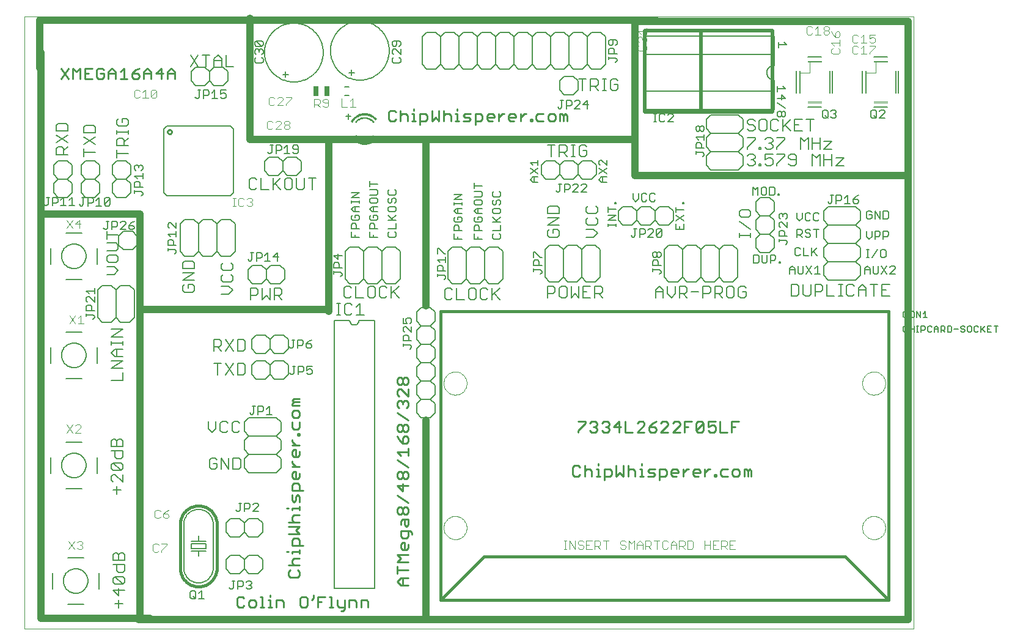
<source format=gbr>
G75*
%MOIN*%
%OFA0B0*%
%FSLAX24Y24*%
%IPPOS*%
%LPD*%
%AMOC8*
5,1,8,0,0,1.08239X$1,22.5*
%
%ADD10C,0.0000*%
%ADD11C,0.0400*%
%ADD12C,0.0060*%
%ADD13C,0.0080*%
%ADD14C,0.0200*%
%ADD15C,0.0110*%
%ADD16C,0.0070*%
%ADD17C,0.0050*%
%ADD18C,0.0160*%
%ADD19C,0.0040*%
%ADD20C,0.0157*%
%ADD21C,0.0100*%
%ADD22C,0.0025*%
%ADD23R,0.0256X0.0551*%
%ADD24C,0.0006*%
%ADD25C,0.0010*%
D10*
X000650Y000650D02*
X000650Y034020D01*
X049142Y034020D01*
X049142Y000650D01*
X000650Y000650D01*
X023520Y006150D02*
X023522Y006200D01*
X023528Y006250D01*
X023538Y006299D01*
X023552Y006347D01*
X023569Y006394D01*
X023590Y006439D01*
X023615Y006483D01*
X023643Y006524D01*
X023675Y006563D01*
X023709Y006600D01*
X023746Y006634D01*
X023786Y006664D01*
X023828Y006691D01*
X023872Y006715D01*
X023918Y006736D01*
X023965Y006752D01*
X024013Y006765D01*
X024063Y006774D01*
X024112Y006779D01*
X024163Y006780D01*
X024213Y006777D01*
X024262Y006770D01*
X024311Y006759D01*
X024359Y006744D01*
X024405Y006726D01*
X024450Y006704D01*
X024493Y006678D01*
X024534Y006649D01*
X024573Y006617D01*
X024609Y006582D01*
X024641Y006544D01*
X024671Y006504D01*
X024698Y006461D01*
X024721Y006417D01*
X024740Y006371D01*
X024756Y006323D01*
X024768Y006274D01*
X024776Y006225D01*
X024780Y006175D01*
X024780Y006125D01*
X024776Y006075D01*
X024768Y006026D01*
X024756Y005977D01*
X024740Y005929D01*
X024721Y005883D01*
X024698Y005839D01*
X024671Y005796D01*
X024641Y005756D01*
X024609Y005718D01*
X024573Y005683D01*
X024534Y005651D01*
X024493Y005622D01*
X024450Y005596D01*
X024405Y005574D01*
X024359Y005556D01*
X024311Y005541D01*
X024262Y005530D01*
X024213Y005523D01*
X024163Y005520D01*
X024112Y005521D01*
X024063Y005526D01*
X024013Y005535D01*
X023965Y005548D01*
X023918Y005564D01*
X023872Y005585D01*
X023828Y005609D01*
X023786Y005636D01*
X023746Y005666D01*
X023709Y005700D01*
X023675Y005737D01*
X023643Y005776D01*
X023615Y005817D01*
X023590Y005861D01*
X023569Y005906D01*
X023552Y005953D01*
X023538Y006001D01*
X023528Y006050D01*
X023522Y006100D01*
X023520Y006150D01*
X023520Y014024D02*
X023522Y014074D01*
X023528Y014124D01*
X023538Y014173D01*
X023552Y014221D01*
X023569Y014268D01*
X023590Y014313D01*
X023615Y014357D01*
X023643Y014398D01*
X023675Y014437D01*
X023709Y014474D01*
X023746Y014508D01*
X023786Y014538D01*
X023828Y014565D01*
X023872Y014589D01*
X023918Y014610D01*
X023965Y014626D01*
X024013Y014639D01*
X024063Y014648D01*
X024112Y014653D01*
X024163Y014654D01*
X024213Y014651D01*
X024262Y014644D01*
X024311Y014633D01*
X024359Y014618D01*
X024405Y014600D01*
X024450Y014578D01*
X024493Y014552D01*
X024534Y014523D01*
X024573Y014491D01*
X024609Y014456D01*
X024641Y014418D01*
X024671Y014378D01*
X024698Y014335D01*
X024721Y014291D01*
X024740Y014245D01*
X024756Y014197D01*
X024768Y014148D01*
X024776Y014099D01*
X024780Y014049D01*
X024780Y013999D01*
X024776Y013949D01*
X024768Y013900D01*
X024756Y013851D01*
X024740Y013803D01*
X024721Y013757D01*
X024698Y013713D01*
X024671Y013670D01*
X024641Y013630D01*
X024609Y013592D01*
X024573Y013557D01*
X024534Y013525D01*
X024493Y013496D01*
X024450Y013470D01*
X024405Y013448D01*
X024359Y013430D01*
X024311Y013415D01*
X024262Y013404D01*
X024213Y013397D01*
X024163Y013394D01*
X024112Y013395D01*
X024063Y013400D01*
X024013Y013409D01*
X023965Y013422D01*
X023918Y013438D01*
X023872Y013459D01*
X023828Y013483D01*
X023786Y013510D01*
X023746Y013540D01*
X023709Y013574D01*
X023675Y013611D01*
X023643Y013650D01*
X023615Y013691D01*
X023590Y013735D01*
X023569Y013780D01*
X023552Y013827D01*
X023538Y013875D01*
X023528Y013924D01*
X023522Y013974D01*
X023520Y014024D01*
X046355Y014024D02*
X046357Y014074D01*
X046363Y014124D01*
X046373Y014173D01*
X046387Y014221D01*
X046404Y014268D01*
X046425Y014313D01*
X046450Y014357D01*
X046478Y014398D01*
X046510Y014437D01*
X046544Y014474D01*
X046581Y014508D01*
X046621Y014538D01*
X046663Y014565D01*
X046707Y014589D01*
X046753Y014610D01*
X046800Y014626D01*
X046848Y014639D01*
X046898Y014648D01*
X046947Y014653D01*
X046998Y014654D01*
X047048Y014651D01*
X047097Y014644D01*
X047146Y014633D01*
X047194Y014618D01*
X047240Y014600D01*
X047285Y014578D01*
X047328Y014552D01*
X047369Y014523D01*
X047408Y014491D01*
X047444Y014456D01*
X047476Y014418D01*
X047506Y014378D01*
X047533Y014335D01*
X047556Y014291D01*
X047575Y014245D01*
X047591Y014197D01*
X047603Y014148D01*
X047611Y014099D01*
X047615Y014049D01*
X047615Y013999D01*
X047611Y013949D01*
X047603Y013900D01*
X047591Y013851D01*
X047575Y013803D01*
X047556Y013757D01*
X047533Y013713D01*
X047506Y013670D01*
X047476Y013630D01*
X047444Y013592D01*
X047408Y013557D01*
X047369Y013525D01*
X047328Y013496D01*
X047285Y013470D01*
X047240Y013448D01*
X047194Y013430D01*
X047146Y013415D01*
X047097Y013404D01*
X047048Y013397D01*
X046998Y013394D01*
X046947Y013395D01*
X046898Y013400D01*
X046848Y013409D01*
X046800Y013422D01*
X046753Y013438D01*
X046707Y013459D01*
X046663Y013483D01*
X046621Y013510D01*
X046581Y013540D01*
X046544Y013574D01*
X046510Y013611D01*
X046478Y013650D01*
X046450Y013691D01*
X046425Y013735D01*
X046404Y013780D01*
X046387Y013827D01*
X046373Y013875D01*
X046363Y013924D01*
X046357Y013974D01*
X046355Y014024D01*
X046355Y006150D02*
X046357Y006200D01*
X046363Y006250D01*
X046373Y006299D01*
X046387Y006347D01*
X046404Y006394D01*
X046425Y006439D01*
X046450Y006483D01*
X046478Y006524D01*
X046510Y006563D01*
X046544Y006600D01*
X046581Y006634D01*
X046621Y006664D01*
X046663Y006691D01*
X046707Y006715D01*
X046753Y006736D01*
X046800Y006752D01*
X046848Y006765D01*
X046898Y006774D01*
X046947Y006779D01*
X046998Y006780D01*
X047048Y006777D01*
X047097Y006770D01*
X047146Y006759D01*
X047194Y006744D01*
X047240Y006726D01*
X047285Y006704D01*
X047328Y006678D01*
X047369Y006649D01*
X047408Y006617D01*
X047444Y006582D01*
X047476Y006544D01*
X047506Y006504D01*
X047533Y006461D01*
X047556Y006417D01*
X047575Y006371D01*
X047591Y006323D01*
X047603Y006274D01*
X047611Y006225D01*
X047615Y006175D01*
X047615Y006125D01*
X047611Y006075D01*
X047603Y006026D01*
X047591Y005977D01*
X047575Y005929D01*
X047556Y005883D01*
X047533Y005839D01*
X047506Y005796D01*
X047476Y005756D01*
X047444Y005718D01*
X047408Y005683D01*
X047369Y005651D01*
X047328Y005622D01*
X047285Y005596D01*
X047240Y005574D01*
X047194Y005556D01*
X047146Y005541D01*
X047097Y005530D01*
X047048Y005523D01*
X046998Y005520D01*
X046947Y005521D01*
X046898Y005526D01*
X046848Y005535D01*
X046800Y005548D01*
X046753Y005564D01*
X046707Y005585D01*
X046663Y005609D01*
X046621Y005636D01*
X046581Y005666D01*
X046544Y005700D01*
X046510Y005737D01*
X046478Y005776D01*
X046450Y005817D01*
X046425Y005861D01*
X046404Y005906D01*
X046387Y005953D01*
X046373Y006001D01*
X046363Y006050D01*
X046357Y006100D01*
X046355Y006150D01*
D11*
X048850Y001150D02*
X048850Y025350D01*
X033950Y025350D01*
X033950Y027300D01*
X017250Y027300D01*
X012950Y027300D01*
X012950Y033900D01*
X017250Y027300D02*
X017250Y017950D01*
X017200Y018050D02*
X007050Y018050D01*
X006950Y023250D02*
X001650Y023250D01*
X006950Y023250D02*
X006950Y001450D01*
X006900Y001150D02*
X022550Y001150D01*
X048850Y001150D01*
X022550Y001150D02*
X022550Y012000D01*
X022550Y018250D02*
X022550Y027200D01*
X033950Y027300D02*
X033950Y033750D01*
X034050Y033750D02*
X048850Y033750D01*
X048850Y025350D01*
X035100Y033800D02*
X001500Y033800D01*
X001500Y031200D01*
X001550Y032050D02*
X001550Y001200D01*
X007500Y001200D01*
D12*
X009350Y003950D02*
X009350Y006350D01*
X009352Y006406D01*
X009358Y006461D01*
X009367Y006516D01*
X009381Y006571D01*
X009398Y006624D01*
X009419Y006675D01*
X009444Y006726D01*
X009472Y006774D01*
X009503Y006820D01*
X009537Y006864D01*
X009575Y006906D01*
X009615Y006945D01*
X009657Y006980D01*
X009703Y007013D01*
X009750Y007043D01*
X009799Y007069D01*
X009850Y007092D01*
X009903Y007111D01*
X009956Y007126D01*
X010011Y007138D01*
X010066Y007146D01*
X010122Y007150D01*
X010178Y007150D01*
X010234Y007146D01*
X010289Y007138D01*
X010344Y007126D01*
X010397Y007111D01*
X010450Y007092D01*
X010501Y007069D01*
X010550Y007043D01*
X010597Y007013D01*
X010643Y006980D01*
X010685Y006945D01*
X010725Y006906D01*
X010763Y006864D01*
X010797Y006820D01*
X010828Y006774D01*
X010856Y006726D01*
X010881Y006675D01*
X010902Y006624D01*
X010919Y006571D01*
X010933Y006516D01*
X010942Y006461D01*
X010948Y006406D01*
X010950Y006350D01*
X010950Y003950D01*
X011650Y003900D02*
X011900Y003650D01*
X012400Y003650D01*
X012650Y003900D01*
X012650Y004400D01*
X012400Y004650D01*
X011900Y004650D01*
X011650Y004400D01*
X011650Y003900D01*
X012650Y003900D02*
X012900Y003650D01*
X013400Y003650D01*
X013650Y003900D01*
X013650Y004400D01*
X013400Y004650D01*
X012900Y004650D01*
X012650Y004400D01*
X012400Y005650D02*
X011900Y005650D01*
X011650Y005900D01*
X011650Y006400D01*
X011900Y006650D01*
X012400Y006650D01*
X012650Y006400D01*
X012900Y006650D01*
X013400Y006650D01*
X013650Y006400D01*
X013650Y005900D01*
X013400Y005650D01*
X012900Y005650D01*
X012650Y005900D01*
X012400Y005650D01*
X012650Y005900D02*
X012650Y006400D01*
X010550Y005420D02*
X010150Y005420D01*
X010150Y005700D01*
X010150Y005420D02*
X009750Y005420D01*
X009750Y005270D02*
X009750Y005020D01*
X010550Y005020D01*
X010550Y005270D01*
X009750Y005270D01*
X009750Y004880D02*
X010150Y004880D01*
X010550Y004880D01*
X010150Y004880D02*
X010150Y004600D01*
X009350Y003950D02*
X009352Y003894D01*
X009358Y003839D01*
X009367Y003784D01*
X009381Y003729D01*
X009398Y003676D01*
X009419Y003625D01*
X009444Y003574D01*
X009472Y003526D01*
X009503Y003480D01*
X009537Y003436D01*
X009575Y003394D01*
X009615Y003355D01*
X009657Y003320D01*
X009703Y003287D01*
X009750Y003257D01*
X009799Y003231D01*
X009850Y003208D01*
X009903Y003189D01*
X009956Y003174D01*
X010011Y003162D01*
X010066Y003154D01*
X010122Y003150D01*
X010178Y003150D01*
X010234Y003154D01*
X010289Y003162D01*
X010344Y003174D01*
X010397Y003189D01*
X010450Y003208D01*
X010501Y003231D01*
X010550Y003257D01*
X010597Y003287D01*
X010643Y003320D01*
X010685Y003355D01*
X010725Y003394D01*
X010763Y003436D01*
X010797Y003480D01*
X010828Y003526D01*
X010856Y003574D01*
X010881Y003625D01*
X010902Y003676D01*
X010919Y003729D01*
X010933Y003784D01*
X010942Y003839D01*
X010948Y003894D01*
X010950Y003950D01*
X017550Y002850D02*
X019750Y002850D01*
X019750Y017450D01*
X018900Y017450D01*
X018898Y017420D01*
X018893Y017390D01*
X018884Y017361D01*
X018871Y017334D01*
X018856Y017308D01*
X018837Y017284D01*
X018816Y017263D01*
X018792Y017244D01*
X018766Y017229D01*
X018739Y017216D01*
X018710Y017207D01*
X018680Y017202D01*
X018650Y017200D01*
X018620Y017202D01*
X018590Y017207D01*
X018561Y017216D01*
X018534Y017229D01*
X018508Y017244D01*
X018484Y017263D01*
X018463Y017284D01*
X018444Y017308D01*
X018429Y017334D01*
X018416Y017361D01*
X018407Y017390D01*
X018402Y017420D01*
X018400Y017450D01*
X017550Y017450D01*
X017550Y002850D01*
X014400Y009150D02*
X012900Y009150D01*
X012650Y009400D01*
X012650Y009900D01*
X012900Y010150D01*
X014400Y010150D01*
X014650Y010400D01*
X014650Y010900D01*
X014400Y011150D01*
X014650Y011400D01*
X014650Y011900D01*
X014400Y012150D01*
X012900Y012150D01*
X012650Y011900D01*
X012650Y011400D01*
X012900Y011150D01*
X014400Y011150D01*
X014400Y010150D02*
X014650Y009900D01*
X014650Y009400D01*
X014400Y009150D01*
X012900Y010150D02*
X012650Y010400D01*
X012650Y010900D01*
X012900Y011150D01*
X013300Y014250D02*
X013800Y014250D01*
X014050Y014500D01*
X014300Y014250D01*
X014800Y014250D01*
X015050Y014500D01*
X015050Y015000D01*
X014800Y015250D01*
X014300Y015250D01*
X014050Y015000D01*
X014050Y014500D01*
X014050Y015000D02*
X013800Y015250D01*
X013300Y015250D01*
X013050Y015000D01*
X013050Y014500D01*
X013300Y014250D01*
X013300Y015650D02*
X013050Y015900D01*
X013050Y016400D01*
X013300Y016650D01*
X013800Y016650D01*
X014050Y016400D01*
X014300Y016650D01*
X014800Y016650D01*
X015050Y016400D01*
X015050Y015900D01*
X014800Y015650D01*
X014300Y015650D01*
X014050Y015900D01*
X013800Y015650D01*
X013300Y015650D01*
X014050Y015900D02*
X014050Y016400D01*
X014100Y019450D02*
X013850Y019700D01*
X013600Y019450D01*
X013100Y019450D01*
X012850Y019700D01*
X012850Y020200D01*
X013100Y020450D01*
X013600Y020450D01*
X013850Y020200D01*
X014100Y020450D01*
X014600Y020450D01*
X014850Y020200D01*
X014850Y019700D01*
X014600Y019450D01*
X014100Y019450D01*
X013850Y019700D02*
X013850Y020200D01*
X012150Y021200D02*
X011900Y020950D01*
X011400Y020950D01*
X011150Y021200D01*
X011150Y022700D01*
X010900Y022950D01*
X010400Y022950D01*
X010150Y022700D01*
X009900Y022950D01*
X009400Y022950D01*
X009150Y022700D01*
X009150Y021200D01*
X009400Y020950D01*
X009900Y020950D01*
X010150Y021200D01*
X010150Y022700D01*
X011150Y022700D02*
X011400Y022950D01*
X011900Y022950D01*
X012150Y022700D01*
X012150Y021200D01*
X011150Y021200D02*
X010900Y020950D01*
X010400Y020950D01*
X010150Y021200D01*
X006800Y021550D02*
X006550Y021300D01*
X006050Y021300D01*
X005800Y021550D01*
X005800Y022050D01*
X006050Y022300D01*
X006550Y022300D01*
X006800Y022050D01*
X006800Y021550D01*
X006400Y019350D02*
X005900Y019350D01*
X005650Y019100D01*
X005650Y017600D01*
X005900Y017350D01*
X006400Y017350D01*
X006650Y017600D01*
X006650Y019100D01*
X006400Y019350D01*
X005650Y019100D02*
X005400Y019350D01*
X004900Y019350D01*
X004650Y019100D01*
X004650Y017600D01*
X004900Y017350D01*
X005400Y017350D01*
X005650Y017600D01*
X005700Y024150D02*
X005450Y024400D01*
X005450Y024900D01*
X005700Y025150D01*
X005450Y025400D01*
X005450Y025900D01*
X005700Y026150D01*
X006200Y026150D01*
X006450Y025900D01*
X006450Y025400D01*
X006200Y025150D01*
X006450Y024900D01*
X006450Y024400D01*
X006200Y024150D01*
X005700Y024150D01*
X004750Y024400D02*
X004750Y024900D01*
X004500Y025150D01*
X004000Y025150D01*
X003750Y024900D01*
X003750Y024400D01*
X004000Y024150D01*
X004500Y024150D01*
X004750Y024400D01*
X004500Y025150D02*
X004750Y025400D01*
X004750Y025900D01*
X004500Y026150D01*
X004000Y026150D01*
X003750Y025900D01*
X003750Y025400D01*
X004000Y025150D01*
X003250Y024900D02*
X003250Y024400D01*
X003000Y024150D01*
X002500Y024150D01*
X002250Y024400D01*
X002250Y024900D01*
X002500Y025150D01*
X002250Y025400D01*
X002250Y025900D01*
X002500Y026150D01*
X003000Y026150D01*
X003250Y025900D01*
X003250Y025400D01*
X003000Y025150D01*
X003250Y024900D01*
X003000Y025150D02*
X002500Y025150D01*
X005700Y025150D02*
X006200Y025150D01*
X013750Y025600D02*
X013750Y026100D01*
X014000Y026350D01*
X014500Y026350D01*
X014750Y026100D01*
X015000Y026350D01*
X015500Y026350D01*
X015750Y026100D01*
X015750Y025600D01*
X015500Y025350D01*
X015000Y025350D01*
X014750Y025600D01*
X014500Y025350D01*
X014000Y025350D01*
X013750Y025600D01*
X014750Y025600D02*
X014750Y026100D01*
X018132Y029714D02*
X018368Y029714D01*
X018368Y030186D02*
X018132Y030186D01*
X018500Y030800D02*
X018500Y031100D01*
X018650Y030950D02*
X018350Y030950D01*
X017350Y032150D02*
X017352Y032230D01*
X017358Y032309D01*
X017368Y032388D01*
X017382Y032467D01*
X017399Y032545D01*
X017421Y032622D01*
X017446Y032697D01*
X017476Y032771D01*
X017508Y032844D01*
X017545Y032915D01*
X017585Y032984D01*
X017628Y033051D01*
X017675Y033116D01*
X017724Y033178D01*
X017777Y033238D01*
X017833Y033295D01*
X017891Y033350D01*
X017952Y033401D01*
X018016Y033449D01*
X018082Y033494D01*
X018150Y033536D01*
X018220Y033574D01*
X018292Y033608D01*
X018365Y033639D01*
X018440Y033667D01*
X018517Y033690D01*
X018594Y033710D01*
X018672Y033726D01*
X018751Y033738D01*
X018830Y033746D01*
X018910Y033750D01*
X018990Y033750D01*
X019070Y033746D01*
X019149Y033738D01*
X019228Y033726D01*
X019306Y033710D01*
X019383Y033690D01*
X019460Y033667D01*
X019535Y033639D01*
X019608Y033608D01*
X019680Y033574D01*
X019750Y033536D01*
X019818Y033494D01*
X019884Y033449D01*
X019948Y033401D01*
X020009Y033350D01*
X020067Y033295D01*
X020123Y033238D01*
X020176Y033178D01*
X020225Y033116D01*
X020272Y033051D01*
X020315Y032984D01*
X020355Y032915D01*
X020392Y032844D01*
X020424Y032771D01*
X020454Y032697D01*
X020479Y032622D01*
X020501Y032545D01*
X020518Y032467D01*
X020532Y032388D01*
X020542Y032309D01*
X020548Y032230D01*
X020550Y032150D01*
X020548Y032070D01*
X020542Y031991D01*
X020532Y031912D01*
X020518Y031833D01*
X020501Y031755D01*
X020479Y031678D01*
X020454Y031603D01*
X020424Y031529D01*
X020392Y031456D01*
X020355Y031385D01*
X020315Y031316D01*
X020272Y031249D01*
X020225Y031184D01*
X020176Y031122D01*
X020123Y031062D01*
X020067Y031005D01*
X020009Y030950D01*
X019948Y030899D01*
X019884Y030851D01*
X019818Y030806D01*
X019750Y030764D01*
X019680Y030726D01*
X019608Y030692D01*
X019535Y030661D01*
X019460Y030633D01*
X019383Y030610D01*
X019306Y030590D01*
X019228Y030574D01*
X019149Y030562D01*
X019070Y030554D01*
X018990Y030550D01*
X018910Y030550D01*
X018830Y030554D01*
X018751Y030562D01*
X018672Y030574D01*
X018594Y030590D01*
X018517Y030610D01*
X018440Y030633D01*
X018365Y030661D01*
X018292Y030692D01*
X018220Y030726D01*
X018150Y030764D01*
X018082Y030806D01*
X018016Y030851D01*
X017952Y030899D01*
X017891Y030950D01*
X017833Y031005D01*
X017777Y031062D01*
X017724Y031122D01*
X017675Y031184D01*
X017628Y031249D01*
X017585Y031316D01*
X017545Y031385D01*
X017508Y031456D01*
X017476Y031529D01*
X017446Y031603D01*
X017421Y031678D01*
X017399Y031755D01*
X017382Y031833D01*
X017368Y031912D01*
X017358Y031991D01*
X017352Y032070D01*
X017350Y032150D01*
X013750Y032050D02*
X013752Y032130D01*
X013758Y032209D01*
X013768Y032288D01*
X013782Y032367D01*
X013799Y032445D01*
X013821Y032522D01*
X013846Y032597D01*
X013876Y032671D01*
X013908Y032744D01*
X013945Y032815D01*
X013985Y032884D01*
X014028Y032951D01*
X014075Y033016D01*
X014124Y033078D01*
X014177Y033138D01*
X014233Y033195D01*
X014291Y033250D01*
X014352Y033301D01*
X014416Y033349D01*
X014482Y033394D01*
X014550Y033436D01*
X014620Y033474D01*
X014692Y033508D01*
X014765Y033539D01*
X014840Y033567D01*
X014917Y033590D01*
X014994Y033610D01*
X015072Y033626D01*
X015151Y033638D01*
X015230Y033646D01*
X015310Y033650D01*
X015390Y033650D01*
X015470Y033646D01*
X015549Y033638D01*
X015628Y033626D01*
X015706Y033610D01*
X015783Y033590D01*
X015860Y033567D01*
X015935Y033539D01*
X016008Y033508D01*
X016080Y033474D01*
X016150Y033436D01*
X016218Y033394D01*
X016284Y033349D01*
X016348Y033301D01*
X016409Y033250D01*
X016467Y033195D01*
X016523Y033138D01*
X016576Y033078D01*
X016625Y033016D01*
X016672Y032951D01*
X016715Y032884D01*
X016755Y032815D01*
X016792Y032744D01*
X016824Y032671D01*
X016854Y032597D01*
X016879Y032522D01*
X016901Y032445D01*
X016918Y032367D01*
X016932Y032288D01*
X016942Y032209D01*
X016948Y032130D01*
X016950Y032050D01*
X016948Y031970D01*
X016942Y031891D01*
X016932Y031812D01*
X016918Y031733D01*
X016901Y031655D01*
X016879Y031578D01*
X016854Y031503D01*
X016824Y031429D01*
X016792Y031356D01*
X016755Y031285D01*
X016715Y031216D01*
X016672Y031149D01*
X016625Y031084D01*
X016576Y031022D01*
X016523Y030962D01*
X016467Y030905D01*
X016409Y030850D01*
X016348Y030799D01*
X016284Y030751D01*
X016218Y030706D01*
X016150Y030664D01*
X016080Y030626D01*
X016008Y030592D01*
X015935Y030561D01*
X015860Y030533D01*
X015783Y030510D01*
X015706Y030490D01*
X015628Y030474D01*
X015549Y030462D01*
X015470Y030454D01*
X015390Y030450D01*
X015310Y030450D01*
X015230Y030454D01*
X015151Y030462D01*
X015072Y030474D01*
X014994Y030490D01*
X014917Y030510D01*
X014840Y030533D01*
X014765Y030561D01*
X014692Y030592D01*
X014620Y030626D01*
X014550Y030664D01*
X014482Y030706D01*
X014416Y030751D01*
X014352Y030799D01*
X014291Y030850D01*
X014233Y030905D01*
X014177Y030962D01*
X014124Y031022D01*
X014075Y031084D01*
X014028Y031149D01*
X013985Y031216D01*
X013945Y031285D01*
X013908Y031356D01*
X013876Y031429D01*
X013846Y031503D01*
X013821Y031578D01*
X013799Y031655D01*
X013782Y031733D01*
X013768Y031812D01*
X013758Y031891D01*
X013752Y031970D01*
X013750Y032050D01*
X014900Y031000D02*
X014900Y030700D01*
X015050Y030850D02*
X014750Y030850D01*
X011750Y031000D02*
X011750Y030500D01*
X011500Y030250D01*
X011000Y030250D01*
X010750Y030500D01*
X010500Y030250D01*
X010000Y030250D01*
X009750Y030500D01*
X009750Y031000D01*
X010000Y031250D01*
X010500Y031250D01*
X010750Y031000D01*
X011000Y031250D01*
X011500Y031250D01*
X011750Y031000D01*
X010750Y031000D02*
X010750Y030500D01*
X022350Y031400D02*
X022350Y032900D01*
X022600Y033150D01*
X023100Y033150D01*
X023350Y032900D01*
X023350Y031400D01*
X023600Y031150D01*
X024100Y031150D01*
X024350Y031400D01*
X024350Y032900D01*
X024600Y033150D01*
X025100Y033150D01*
X025350Y032900D01*
X025350Y031400D01*
X025600Y031150D01*
X026100Y031150D01*
X026350Y031400D01*
X026350Y032900D01*
X026600Y033150D01*
X027100Y033150D01*
X027350Y032900D01*
X027350Y031400D01*
X027600Y031150D01*
X028100Y031150D01*
X028350Y031400D01*
X028350Y032900D01*
X028600Y033150D01*
X029100Y033150D01*
X029350Y032900D01*
X029350Y031400D01*
X029100Y031150D01*
X028600Y031150D01*
X028350Y031400D01*
X027350Y031400D02*
X027100Y031150D01*
X026600Y031150D01*
X026350Y031400D01*
X025350Y031400D02*
X025100Y031150D01*
X024600Y031150D01*
X024350Y031400D01*
X023350Y031400D02*
X023100Y031150D01*
X022600Y031150D01*
X022350Y031400D01*
X023350Y032900D02*
X023600Y033150D01*
X024100Y033150D01*
X024350Y032900D01*
X025350Y032900D02*
X025600Y033150D01*
X026100Y033150D01*
X026350Y032900D01*
X027350Y032900D02*
X027600Y033150D01*
X028100Y033150D01*
X028350Y032900D01*
X029350Y032900D02*
X029600Y033150D01*
X030100Y033150D01*
X030350Y032900D01*
X030350Y031400D01*
X030100Y031150D01*
X029600Y031150D01*
X029350Y031400D01*
X030100Y030750D02*
X029850Y030500D01*
X029850Y030000D01*
X030100Y029750D01*
X030600Y029750D01*
X030850Y030000D01*
X030850Y030500D01*
X030600Y030750D01*
X030100Y030750D01*
X030600Y031150D02*
X031100Y031150D01*
X031350Y031400D01*
X031600Y031150D01*
X032100Y031150D01*
X032350Y031400D01*
X032350Y032900D01*
X032100Y033150D01*
X031600Y033150D01*
X031350Y032900D01*
X031350Y031400D01*
X030600Y031150D02*
X030350Y031400D01*
X030350Y032900D02*
X030600Y033150D01*
X031100Y033150D01*
X031350Y032900D01*
X034550Y032950D02*
X034550Y031950D01*
X041550Y031950D01*
X041550Y031350D01*
X041511Y031348D01*
X041472Y031342D01*
X041434Y031333D01*
X041397Y031320D01*
X041361Y031303D01*
X041328Y031283D01*
X041296Y031259D01*
X041267Y031233D01*
X041241Y031204D01*
X041217Y031172D01*
X041197Y031139D01*
X041180Y031103D01*
X041167Y031066D01*
X041158Y031028D01*
X041152Y030989D01*
X041150Y030950D01*
X041152Y030911D01*
X041158Y030872D01*
X041167Y030834D01*
X041180Y030797D01*
X041197Y030761D01*
X041217Y030728D01*
X041241Y030696D01*
X041267Y030667D01*
X041296Y030641D01*
X041328Y030617D01*
X041361Y030597D01*
X041397Y030580D01*
X041434Y030567D01*
X041472Y030558D01*
X041511Y030552D01*
X041550Y030550D01*
X041550Y029950D01*
X034550Y029950D01*
X034550Y031950D01*
X034550Y032950D02*
X041550Y032950D01*
X041550Y031950D01*
X041780Y032326D02*
X041780Y032620D01*
X041780Y032473D02*
X042220Y032473D01*
X042074Y032620D01*
X043372Y031828D02*
X044128Y031828D01*
X044734Y031041D02*
X044734Y029859D01*
X044128Y029072D02*
X043372Y029072D01*
X043303Y028421D02*
X043730Y028421D01*
X043516Y028421D02*
X043516Y027780D01*
X043408Y027421D02*
X043408Y026780D01*
X043625Y026780D02*
X043625Y027421D01*
X043408Y027421D02*
X043194Y027207D01*
X042980Y027421D01*
X042980Y026780D01*
X042656Y026521D02*
X042443Y026521D01*
X042336Y026414D01*
X042336Y026307D01*
X042443Y026200D01*
X042763Y026200D01*
X042763Y025987D02*
X042656Y025880D01*
X042443Y025880D01*
X042336Y025987D01*
X042763Y025987D02*
X042763Y026414D01*
X042656Y026521D01*
X042118Y026521D02*
X042118Y026414D01*
X041691Y025987D01*
X041691Y025880D01*
X041474Y025987D02*
X041474Y026200D01*
X041367Y026307D01*
X041260Y026307D01*
X041047Y026200D01*
X041047Y026521D01*
X041474Y026521D01*
X041691Y026521D02*
X042118Y026521D01*
X041691Y026780D02*
X041691Y026887D01*
X042118Y027314D01*
X042118Y027421D01*
X041691Y027421D01*
X041474Y027314D02*
X041474Y027207D01*
X041367Y027100D01*
X041474Y026994D01*
X041474Y026887D01*
X041367Y026780D01*
X041154Y026780D01*
X041047Y026887D01*
X040831Y026887D02*
X040831Y026780D01*
X040725Y026780D01*
X040725Y026887D01*
X040831Y026887D01*
X041047Y027314D02*
X041154Y027421D01*
X041367Y027421D01*
X041474Y027314D01*
X041367Y027100D02*
X041260Y027100D01*
X041045Y027780D02*
X041152Y027887D01*
X041152Y028314D01*
X041045Y028421D01*
X040831Y028421D01*
X040725Y028314D01*
X040725Y027887D01*
X040831Y027780D01*
X041045Y027780D01*
X041369Y027887D02*
X041369Y028314D01*
X041476Y028421D01*
X041689Y028421D01*
X041796Y028314D01*
X041803Y028545D02*
X041730Y028619D01*
X041730Y028765D01*
X041803Y028839D01*
X041877Y028839D01*
X041950Y028765D01*
X041950Y028619D01*
X041877Y028545D01*
X041803Y028545D01*
X041950Y028619D02*
X042024Y028545D01*
X042097Y028545D01*
X042170Y028619D01*
X042170Y028765D01*
X042097Y028839D01*
X042024Y028839D01*
X041950Y028765D01*
X042170Y029006D02*
X041730Y029299D01*
X041730Y029539D02*
X042170Y029539D01*
X041950Y029760D01*
X041950Y029466D01*
X041730Y029926D02*
X041730Y030220D01*
X041730Y030073D02*
X042170Y030073D01*
X042024Y030220D01*
X041550Y029950D02*
X041550Y028950D01*
X034550Y028950D01*
X034550Y029950D01*
X037850Y028400D02*
X037850Y027900D01*
X038100Y027650D01*
X039600Y027650D01*
X039850Y027900D01*
X039850Y028400D01*
X039600Y028650D01*
X038100Y028650D01*
X037850Y028400D01*
X038100Y027650D02*
X037850Y027400D01*
X037850Y026900D01*
X038100Y026650D01*
X039600Y026650D01*
X039850Y026900D01*
X039850Y027400D01*
X039600Y027650D01*
X040080Y027421D02*
X040507Y027421D01*
X040507Y027314D01*
X040080Y026887D01*
X040080Y026780D01*
X040187Y026521D02*
X040400Y026521D01*
X040507Y026414D01*
X040507Y026307D01*
X040400Y026200D01*
X040507Y026094D01*
X040507Y025987D01*
X040400Y025880D01*
X040187Y025880D01*
X040080Y025987D01*
X039850Y025900D02*
X039850Y026400D01*
X039600Y026650D01*
X040080Y026414D02*
X040187Y026521D01*
X040294Y026200D02*
X040400Y026200D01*
X040725Y025987D02*
X040831Y025987D01*
X040831Y025880D01*
X040725Y025880D01*
X040725Y025987D01*
X041047Y025987D02*
X041154Y025880D01*
X041367Y025880D01*
X041474Y025987D01*
X039850Y025900D02*
X039600Y025650D01*
X038100Y025650D01*
X037850Y025900D01*
X037850Y026400D01*
X038100Y026650D01*
X040080Y027887D02*
X040187Y027780D01*
X040400Y027780D01*
X040507Y027887D01*
X040507Y027994D01*
X040400Y028100D01*
X040187Y028100D01*
X040080Y028207D01*
X040080Y028314D01*
X040187Y028421D01*
X040400Y028421D01*
X040507Y028314D01*
X041369Y027887D02*
X041476Y027780D01*
X041689Y027780D01*
X041796Y027887D01*
X042014Y027994D02*
X042441Y028421D01*
X042658Y028421D02*
X042658Y027780D01*
X043085Y027780D01*
X042872Y028100D02*
X042658Y028100D01*
X042658Y028421D02*
X043085Y028421D01*
X042441Y027780D02*
X042120Y028100D01*
X042014Y027780D02*
X042014Y028421D01*
X042766Y029859D02*
X042766Y031041D01*
X046366Y031041D02*
X046366Y029859D01*
X046972Y029072D02*
X047728Y029072D01*
X048334Y029859D02*
X048334Y031041D01*
X047728Y031828D02*
X046972Y031828D01*
X044052Y027421D02*
X044052Y026780D01*
X044270Y026780D02*
X044697Y026780D01*
X044697Y026521D02*
X044697Y025880D01*
X044914Y025880D02*
X045341Y026307D01*
X044914Y026307D01*
X044697Y026200D02*
X044270Y026200D01*
X044270Y025880D02*
X044270Y026521D01*
X044052Y026521D02*
X044052Y025880D01*
X043625Y025880D02*
X043625Y026521D01*
X043839Y026307D01*
X044052Y026521D01*
X044270Y026780D02*
X044697Y027207D01*
X044270Y027207D01*
X044052Y027100D02*
X043625Y027100D01*
X044914Y025880D02*
X045341Y025880D01*
X046000Y023650D02*
X044500Y023650D01*
X044250Y023400D01*
X044250Y022900D01*
X044500Y022650D01*
X046000Y022650D01*
X046250Y022400D01*
X046250Y021900D01*
X046000Y021650D01*
X044500Y021650D01*
X044250Y021400D01*
X044250Y020900D01*
X044500Y020650D01*
X044250Y020400D01*
X044250Y019900D01*
X044500Y019650D01*
X046000Y019650D01*
X046250Y019900D01*
X046250Y020400D01*
X046000Y020650D01*
X044500Y020650D01*
X043908Y020420D02*
X043908Y019980D01*
X043761Y019980D02*
X044055Y019980D01*
X043761Y020274D02*
X043908Y020420D01*
X043594Y020420D02*
X043301Y019980D01*
X043134Y020053D02*
X043134Y020420D01*
X043301Y020420D02*
X043594Y019980D01*
X043134Y020053D02*
X043061Y019980D01*
X042914Y019980D01*
X042840Y020053D01*
X042840Y020420D01*
X042674Y020274D02*
X042674Y019980D01*
X042674Y020200D02*
X042380Y020200D01*
X042380Y020274D02*
X042527Y020420D01*
X042674Y020274D01*
X042380Y020274D02*
X042380Y019980D01*
X042753Y020980D02*
X042680Y021053D01*
X042680Y021347D01*
X042753Y021420D01*
X042900Y021420D01*
X042974Y021347D01*
X043140Y021420D02*
X043140Y020980D01*
X043434Y020980D01*
X043601Y020980D02*
X043601Y021420D01*
X043674Y021200D02*
X043894Y020980D01*
X043601Y021127D02*
X043894Y021420D01*
X044250Y021900D02*
X044500Y021650D01*
X044250Y021900D02*
X044250Y022400D01*
X044500Y022650D01*
X043994Y022420D02*
X043701Y022420D01*
X043848Y022420D02*
X043848Y021980D01*
X043534Y022053D02*
X043461Y021980D01*
X043314Y021980D01*
X043240Y022053D01*
X043314Y022200D02*
X043240Y022274D01*
X043240Y022347D01*
X043314Y022420D01*
X043461Y022420D01*
X043534Y022347D01*
X043461Y022200D02*
X043534Y022127D01*
X043534Y022053D01*
X043461Y022200D02*
X043314Y022200D01*
X043074Y022200D02*
X043074Y022347D01*
X043000Y022420D01*
X042780Y022420D01*
X042780Y021980D01*
X042780Y022127D02*
X043000Y022127D01*
X043074Y022200D01*
X042927Y022127D02*
X043074Y021980D01*
X042927Y022880D02*
X043074Y023027D01*
X043074Y023320D01*
X043240Y023247D02*
X043240Y022953D01*
X043314Y022880D01*
X043461Y022880D01*
X043534Y022953D01*
X043701Y022953D02*
X043774Y022880D01*
X043921Y022880D01*
X043994Y022953D01*
X043701Y022953D02*
X043701Y023247D01*
X043774Y023320D01*
X043921Y023320D01*
X043994Y023247D01*
X043534Y023247D02*
X043461Y023320D01*
X043314Y023320D01*
X043240Y023247D01*
X042780Y023320D02*
X042780Y023027D01*
X042927Y022880D01*
X041550Y022900D02*
X041550Y022400D01*
X041300Y022150D01*
X041550Y021900D01*
X041550Y021400D01*
X041300Y021150D01*
X040800Y021150D01*
X040550Y021400D01*
X040550Y021900D01*
X040800Y022150D01*
X040550Y022400D01*
X040550Y022900D01*
X040800Y023150D01*
X040550Y023400D01*
X040550Y023900D01*
X040800Y024150D01*
X041300Y024150D01*
X041550Y023900D01*
X041550Y023400D01*
X041300Y023150D01*
X041550Y022900D01*
X041300Y023150D02*
X040800Y023150D01*
X040800Y022150D02*
X041300Y022150D01*
X042753Y020980D02*
X042900Y020980D01*
X042974Y021053D01*
X046000Y020650D02*
X046250Y020900D01*
X046250Y021400D01*
X046000Y021650D01*
X046580Y021320D02*
X046727Y021320D01*
X046653Y021320D02*
X046653Y020880D01*
X046580Y020880D02*
X046727Y020880D01*
X046887Y020880D02*
X047181Y021320D01*
X047347Y021247D02*
X047347Y020953D01*
X047421Y020880D01*
X047568Y020880D01*
X047641Y020953D01*
X047641Y021247D01*
X047568Y021320D01*
X047421Y021320D01*
X047347Y021247D01*
X047501Y021880D02*
X047501Y022320D01*
X047721Y022320D01*
X047794Y022247D01*
X047794Y022100D01*
X047721Y022027D01*
X047501Y022027D01*
X047334Y022100D02*
X047261Y022027D01*
X047040Y022027D01*
X047040Y021880D02*
X047040Y022320D01*
X047261Y022320D01*
X047334Y022247D01*
X047334Y022100D01*
X046874Y022027D02*
X046727Y021880D01*
X046580Y022027D01*
X046580Y022320D01*
X046874Y022320D02*
X046874Y022027D01*
X046250Y022900D02*
X046000Y022650D01*
X046250Y022900D02*
X046250Y023400D01*
X046000Y023650D01*
X046580Y023347D02*
X046580Y023053D01*
X046653Y022980D01*
X046800Y022980D01*
X046874Y023053D01*
X046874Y023200D01*
X046727Y023200D01*
X046874Y023347D02*
X046800Y023420D01*
X046653Y023420D01*
X046580Y023347D01*
X047040Y023420D02*
X047334Y022980D01*
X047334Y023420D01*
X047501Y023420D02*
X047721Y023420D01*
X047794Y023347D01*
X047794Y023053D01*
X047721Y022980D01*
X047501Y022980D01*
X047501Y023420D01*
X047040Y023420D02*
X047040Y022980D01*
X046940Y020420D02*
X046940Y020053D01*
X047014Y019980D01*
X047161Y019980D01*
X047234Y020053D01*
X047234Y020420D01*
X047401Y020420D02*
X047694Y019980D01*
X047861Y019980D02*
X048155Y020274D01*
X048155Y020347D01*
X048081Y020420D01*
X047935Y020420D01*
X047861Y020347D01*
X047694Y020420D02*
X047401Y019980D01*
X047861Y019980D02*
X048155Y019980D01*
X046774Y019980D02*
X046774Y020274D01*
X046627Y020420D01*
X046480Y020274D01*
X046480Y019980D01*
X046480Y020200D02*
X046774Y020200D01*
X048645Y017931D02*
X048589Y017876D01*
X048589Y017653D01*
X048645Y017597D01*
X048756Y017597D01*
X048812Y017653D01*
X048952Y017653D02*
X049008Y017597D01*
X049119Y017597D01*
X049175Y017653D01*
X049175Y017876D01*
X049119Y017931D01*
X049008Y017931D01*
X048952Y017876D01*
X048952Y017653D01*
X048812Y017876D02*
X048756Y017931D01*
X048645Y017931D01*
X049314Y017931D02*
X049537Y017597D01*
X049537Y017931D01*
X049677Y017820D02*
X049788Y017931D01*
X049788Y017597D01*
X049677Y017597D02*
X049900Y017597D01*
X049974Y017144D02*
X049919Y017088D01*
X049919Y016866D01*
X049974Y016810D01*
X050086Y016810D01*
X050141Y016866D01*
X050281Y016810D02*
X050281Y017033D01*
X050393Y017144D01*
X050504Y017033D01*
X050504Y016810D01*
X050644Y016810D02*
X050644Y017144D01*
X050811Y017144D01*
X050866Y017088D01*
X050866Y016977D01*
X050811Y016921D01*
X050644Y016921D01*
X050755Y016921D02*
X050866Y016810D01*
X051006Y016810D02*
X051173Y016810D01*
X051229Y016866D01*
X051229Y017088D01*
X051173Y017144D01*
X051006Y017144D01*
X051006Y016810D01*
X051369Y016977D02*
X051591Y016977D01*
X051731Y017033D02*
X051787Y016977D01*
X051898Y016977D01*
X051954Y016921D01*
X051954Y016866D01*
X051898Y016810D01*
X051787Y016810D01*
X051731Y016866D01*
X051731Y017033D02*
X051731Y017088D01*
X051787Y017144D01*
X051898Y017144D01*
X051954Y017088D01*
X052094Y017088D02*
X052094Y016866D01*
X052149Y016810D01*
X052261Y016810D01*
X052316Y016866D01*
X052316Y017088D01*
X052261Y017144D01*
X052149Y017144D01*
X052094Y017088D01*
X052456Y017088D02*
X052456Y016866D01*
X052512Y016810D01*
X052623Y016810D01*
X052679Y016866D01*
X052819Y016921D02*
X053041Y017144D01*
X053181Y017144D02*
X053181Y016810D01*
X053404Y016810D01*
X053293Y016977D02*
X053181Y016977D01*
X053181Y017144D02*
X053404Y017144D01*
X053544Y017144D02*
X053766Y017144D01*
X053655Y017144D02*
X053655Y016810D01*
X053041Y016810D02*
X052874Y016977D01*
X052819Y017144D02*
X052819Y016810D01*
X052679Y017088D02*
X052623Y017144D01*
X052512Y017144D01*
X052456Y017088D01*
X050504Y016977D02*
X050281Y016977D01*
X050141Y017088D02*
X050086Y017144D01*
X049974Y017144D01*
X049779Y017088D02*
X049779Y016977D01*
X049723Y016921D01*
X049556Y016921D01*
X049556Y016810D02*
X049556Y017144D01*
X049723Y017144D01*
X049779Y017088D01*
X049426Y017144D02*
X049314Y017144D01*
X049370Y017144D02*
X049370Y016810D01*
X049314Y016810D02*
X049426Y016810D01*
X049175Y016810D02*
X049175Y017144D01*
X049175Y016977D02*
X048952Y016977D01*
X048952Y016810D02*
X048952Y017144D01*
X048812Y017088D02*
X048756Y017144D01*
X048645Y017144D01*
X048589Y017088D01*
X048589Y016866D01*
X048645Y016810D01*
X048756Y016810D01*
X048812Y016866D01*
X049314Y017597D02*
X049314Y017931D01*
X039550Y019800D02*
X039550Y021300D01*
X039300Y021550D01*
X038800Y021550D01*
X038550Y021300D01*
X038550Y019800D01*
X038800Y019550D01*
X039300Y019550D01*
X039550Y019800D01*
X038550Y019800D02*
X038300Y019550D01*
X037800Y019550D01*
X037550Y019800D01*
X037550Y021300D01*
X037800Y021550D01*
X038300Y021550D01*
X038550Y021300D01*
X037550Y021300D02*
X037300Y021550D01*
X036800Y021550D01*
X036550Y021300D01*
X036550Y019800D01*
X036800Y019550D01*
X037300Y019550D01*
X037550Y019800D01*
X036550Y019800D02*
X036300Y019550D01*
X035800Y019550D01*
X035550Y019800D01*
X035550Y021300D01*
X035800Y021550D01*
X036300Y021550D01*
X036550Y021300D01*
X035800Y022650D02*
X035300Y022650D01*
X035050Y022900D01*
X034800Y022650D01*
X034300Y022650D01*
X034050Y022900D01*
X033800Y022650D01*
X033300Y022650D01*
X033050Y022900D01*
X033050Y023400D01*
X033300Y023650D01*
X033800Y023650D01*
X034050Y023400D01*
X034300Y023650D01*
X034800Y023650D01*
X035050Y023400D01*
X035300Y023650D01*
X035800Y023650D01*
X036050Y023400D01*
X036050Y022900D01*
X035800Y022650D01*
X035050Y022900D02*
X035050Y023400D01*
X034990Y023930D02*
X035063Y024003D01*
X034990Y023930D02*
X034843Y023930D01*
X034770Y024003D01*
X034770Y024297D01*
X034843Y024370D01*
X034990Y024370D01*
X035063Y024297D01*
X034603Y024297D02*
X034529Y024370D01*
X034383Y024370D01*
X034309Y024297D01*
X034309Y024003D01*
X034383Y023930D01*
X034529Y023930D01*
X034603Y024003D01*
X034142Y024077D02*
X034142Y024370D01*
X033849Y024370D02*
X033849Y024077D01*
X033996Y023930D01*
X034142Y024077D01*
X034050Y023400D02*
X034050Y022900D01*
X032050Y021300D02*
X032050Y019800D01*
X031800Y019550D01*
X031300Y019550D01*
X031050Y019800D01*
X031050Y021300D01*
X031300Y021550D01*
X031800Y021550D01*
X032050Y021300D01*
X031050Y021300D02*
X030800Y021550D01*
X030300Y021550D01*
X030050Y021300D01*
X030050Y019800D01*
X030300Y019550D01*
X030800Y019550D01*
X031050Y019800D01*
X030050Y019800D02*
X029800Y019550D01*
X029300Y019550D01*
X029050Y019800D01*
X029050Y021300D01*
X029300Y021550D01*
X029800Y021550D01*
X030050Y021300D01*
X026750Y021200D02*
X026750Y019700D01*
X026500Y019450D01*
X026000Y019450D01*
X025750Y019700D01*
X025750Y021200D01*
X025500Y021450D01*
X025000Y021450D01*
X024750Y021200D01*
X024500Y021450D01*
X024000Y021450D01*
X023750Y021200D01*
X023750Y019700D01*
X024000Y019450D01*
X024500Y019450D01*
X024750Y019700D01*
X024750Y021200D01*
X025750Y021200D02*
X026000Y021450D01*
X026500Y021450D01*
X026750Y021200D01*
X025750Y019700D02*
X025500Y019450D01*
X025000Y019450D01*
X024750Y019700D01*
X023050Y017900D02*
X022800Y018150D01*
X022300Y018150D01*
X022050Y017900D01*
X022050Y017400D01*
X022300Y017150D01*
X022800Y017150D01*
X023050Y017400D01*
X023050Y017900D01*
X022800Y017150D02*
X023050Y016900D01*
X023050Y016400D01*
X022800Y016150D01*
X023050Y015900D01*
X023050Y015400D01*
X022800Y015150D01*
X023050Y014900D01*
X023050Y014400D01*
X022800Y014150D01*
X023050Y013900D01*
X023050Y013400D01*
X022800Y013150D01*
X023050Y012900D01*
X023050Y012400D01*
X022800Y012150D01*
X022300Y012150D01*
X022050Y012400D01*
X022050Y012900D01*
X022300Y013150D01*
X022050Y013400D01*
X022050Y013900D01*
X022300Y014150D01*
X022800Y014150D01*
X022300Y014150D02*
X022050Y014400D01*
X022050Y014900D01*
X022300Y015150D01*
X022050Y015400D01*
X022050Y015900D01*
X022300Y016150D01*
X022050Y016400D01*
X022050Y016900D01*
X022300Y017150D01*
X022300Y016150D02*
X022800Y016150D01*
X022800Y015150D02*
X022300Y015150D01*
X022300Y013150D02*
X022800Y013150D01*
X020900Y019450D02*
X020400Y019450D01*
X020150Y019700D01*
X020150Y021200D01*
X019900Y021450D01*
X019400Y021450D01*
X019150Y021200D01*
X018900Y021450D01*
X018400Y021450D01*
X018150Y021200D01*
X018150Y019700D01*
X018400Y019450D01*
X018900Y019450D01*
X019150Y019700D01*
X019150Y021200D01*
X020150Y021200D02*
X020400Y021450D01*
X020900Y021450D01*
X021150Y021200D01*
X021150Y019700D01*
X020900Y019450D01*
X020150Y019700D02*
X019900Y019450D01*
X019400Y019450D01*
X019150Y019700D01*
X028850Y025400D02*
X028850Y025900D01*
X029100Y026150D01*
X029600Y026150D01*
X029850Y025900D01*
X030100Y026150D01*
X030600Y026150D01*
X030850Y025900D01*
X031100Y026150D01*
X031600Y026150D01*
X031850Y025900D01*
X031850Y025400D01*
X031600Y025150D01*
X031100Y025150D01*
X030850Y025400D01*
X030600Y025150D01*
X030100Y025150D01*
X029850Y025400D01*
X029600Y025150D01*
X029100Y025150D01*
X028850Y025400D01*
X029850Y025400D02*
X029850Y025900D01*
X030850Y025900D02*
X030850Y025400D01*
D13*
X031990Y025450D02*
X032410Y025731D01*
X032410Y025911D02*
X032130Y026191D01*
X032060Y026191D01*
X031990Y026121D01*
X031990Y025981D01*
X032060Y025911D01*
X031990Y025731D02*
X032410Y025450D01*
X032410Y025270D02*
X032130Y025270D01*
X031990Y025130D01*
X032130Y024990D01*
X032410Y024990D01*
X032200Y024990D02*
X032200Y025270D01*
X032410Y025911D02*
X032410Y026191D01*
X031322Y026493D02*
X031322Y026700D01*
X031116Y026700D01*
X031322Y026493D02*
X031219Y026390D01*
X031012Y026390D01*
X030909Y026493D01*
X030909Y026907D01*
X031012Y027011D01*
X031219Y027011D01*
X031322Y026907D01*
X030686Y027011D02*
X030479Y027011D01*
X030583Y027011D02*
X030583Y026390D01*
X030686Y026390D02*
X030479Y026390D01*
X030248Y026390D02*
X030041Y026597D01*
X030145Y026597D02*
X029835Y026597D01*
X029835Y026390D02*
X029835Y027011D01*
X030145Y027011D01*
X030248Y026907D01*
X030248Y026700D01*
X030145Y026597D01*
X029604Y027011D02*
X029190Y027011D01*
X029397Y027011D02*
X029397Y026390D01*
X028660Y026191D02*
X028660Y025911D01*
X028660Y026051D02*
X028240Y026051D01*
X028380Y025911D01*
X028240Y025731D02*
X028660Y025450D01*
X028660Y025270D02*
X028380Y025270D01*
X028240Y025130D01*
X028380Y024990D01*
X028660Y024990D01*
X028450Y024990D02*
X028450Y025270D01*
X028240Y025450D02*
X028660Y025731D01*
X026610Y024402D02*
X026540Y024472D01*
X026610Y024402D02*
X026610Y024262D01*
X026540Y024192D01*
X026260Y024192D01*
X026190Y024262D01*
X026190Y024402D01*
X026260Y024472D01*
X026260Y024012D02*
X026190Y023942D01*
X026190Y023802D01*
X026260Y023732D01*
X026330Y023732D01*
X026400Y023802D01*
X026400Y023942D01*
X026470Y024012D01*
X026540Y024012D01*
X026610Y023942D01*
X026610Y023802D01*
X026540Y023732D01*
X026540Y023551D02*
X026260Y023551D01*
X026190Y023481D01*
X026190Y023341D01*
X026260Y023271D01*
X026540Y023271D01*
X026610Y023341D01*
X026610Y023481D01*
X026540Y023551D01*
X026610Y023091D02*
X026400Y022881D01*
X026470Y022811D02*
X026190Y023091D01*
X026190Y022811D02*
X026610Y022811D01*
X026610Y022631D02*
X026610Y022350D01*
X026190Y022350D01*
X026260Y022170D02*
X026190Y022100D01*
X026190Y021960D01*
X026260Y021890D01*
X026540Y021890D01*
X026610Y021960D01*
X026610Y022100D01*
X026540Y022170D01*
X025610Y022350D02*
X025190Y022350D01*
X025190Y022561D01*
X025260Y022631D01*
X025400Y022631D01*
X025470Y022561D01*
X025470Y022350D01*
X025400Y022030D02*
X025400Y021890D01*
X025610Y021890D02*
X025190Y021890D01*
X025190Y022170D01*
X024510Y022350D02*
X024090Y022350D01*
X024090Y022561D01*
X024160Y022631D01*
X024300Y022631D01*
X024370Y022561D01*
X024370Y022350D01*
X024300Y022030D02*
X024300Y021890D01*
X024510Y021890D02*
X024090Y021890D01*
X024090Y022170D01*
X024160Y022811D02*
X024440Y022811D01*
X024510Y022881D01*
X024510Y023021D01*
X024440Y023091D01*
X024300Y023091D01*
X024300Y022951D01*
X024160Y023091D02*
X024090Y023021D01*
X024090Y022881D01*
X024160Y022811D01*
X024230Y023271D02*
X024090Y023411D01*
X024230Y023551D01*
X024510Y023551D01*
X024510Y023732D02*
X024510Y023872D01*
X024510Y023802D02*
X024090Y023802D01*
X024090Y023732D02*
X024090Y023872D01*
X024090Y024038D02*
X024510Y024319D01*
X024090Y024319D01*
X024090Y024038D02*
X024510Y024038D01*
X025190Y023942D02*
X025190Y023802D01*
X025260Y023732D01*
X025540Y023732D01*
X025610Y023802D01*
X025610Y023942D01*
X025540Y024012D01*
X025260Y024012D01*
X025190Y023942D01*
X025190Y024192D02*
X025540Y024192D01*
X025610Y024262D01*
X025610Y024402D01*
X025540Y024472D01*
X025190Y024472D01*
X025190Y024652D02*
X025190Y024933D01*
X025190Y024792D02*
X025610Y024792D01*
X025610Y023551D02*
X025330Y023551D01*
X025190Y023411D01*
X025330Y023271D01*
X025610Y023271D01*
X025540Y023091D02*
X025400Y023091D01*
X025400Y022951D01*
X025540Y023091D02*
X025610Y023021D01*
X025610Y022881D01*
X025540Y022811D01*
X025260Y022811D01*
X025190Y022881D01*
X025190Y023021D01*
X025260Y023091D01*
X025400Y023271D02*
X025400Y023551D01*
X024510Y023271D02*
X024230Y023271D01*
X024300Y023271D02*
X024300Y023551D01*
X020910Y023581D02*
X020840Y023651D01*
X020560Y023651D01*
X020490Y023581D01*
X020490Y023441D01*
X020560Y023371D01*
X020840Y023371D01*
X020910Y023441D01*
X020910Y023581D01*
X020840Y023832D02*
X020910Y023902D01*
X020910Y024042D01*
X020840Y024112D01*
X020770Y024112D01*
X020700Y024042D01*
X020700Y023902D01*
X020630Y023832D01*
X020560Y023832D01*
X020490Y023902D01*
X020490Y024042D01*
X020560Y024112D01*
X020560Y024292D02*
X020840Y024292D01*
X020910Y024362D01*
X020910Y024502D01*
X020840Y024572D01*
X020560Y024572D02*
X020490Y024502D01*
X020490Y024362D01*
X020560Y024292D01*
X019910Y024362D02*
X019910Y024502D01*
X019840Y024572D01*
X019490Y024572D01*
X019490Y024752D02*
X019490Y025033D01*
X019490Y024892D02*
X019910Y024892D01*
X019910Y024362D02*
X019840Y024292D01*
X019490Y024292D01*
X019560Y024112D02*
X019490Y024042D01*
X019490Y023902D01*
X019560Y023832D01*
X019840Y023832D01*
X019910Y023902D01*
X019910Y024042D01*
X019840Y024112D01*
X019560Y024112D01*
X019630Y023651D02*
X019910Y023651D01*
X019700Y023651D02*
X019700Y023371D01*
X019630Y023371D02*
X019490Y023511D01*
X019630Y023651D01*
X019630Y023371D02*
X019910Y023371D01*
X019840Y023191D02*
X019700Y023191D01*
X019700Y023051D01*
X019840Y023191D02*
X019910Y023121D01*
X019910Y022981D01*
X019840Y022911D01*
X019560Y022911D01*
X019490Y022981D01*
X019490Y023121D01*
X019560Y023191D01*
X019560Y022731D02*
X019700Y022731D01*
X019770Y022661D01*
X019770Y022450D01*
X019910Y022450D02*
X019490Y022450D01*
X019490Y022661D01*
X019560Y022731D01*
X019490Y022270D02*
X019490Y021990D01*
X019910Y021990D01*
X019700Y021990D02*
X019700Y022130D01*
X020490Y022060D02*
X020560Y021990D01*
X020840Y021990D01*
X020910Y022060D01*
X020910Y022200D01*
X020840Y022270D01*
X020910Y022450D02*
X020910Y022731D01*
X020910Y022911D02*
X020490Y022911D01*
X020700Y022981D02*
X020910Y023191D01*
X020770Y022911D02*
X020490Y023191D01*
X020490Y022450D02*
X020910Y022450D01*
X020560Y022270D02*
X020490Y022200D01*
X020490Y022060D01*
X018910Y021990D02*
X018490Y021990D01*
X018490Y022270D01*
X018490Y022450D02*
X018490Y022661D01*
X018560Y022731D01*
X018700Y022731D01*
X018770Y022661D01*
X018770Y022450D01*
X018910Y022450D02*
X018490Y022450D01*
X018700Y022130D02*
X018700Y021990D01*
X018840Y022911D02*
X018910Y022981D01*
X018910Y023121D01*
X018840Y023191D01*
X018700Y023191D01*
X018700Y023051D01*
X018560Y022911D02*
X018840Y022911D01*
X018560Y022911D02*
X018490Y022981D01*
X018490Y023121D01*
X018560Y023191D01*
X018630Y023371D02*
X018490Y023511D01*
X018630Y023651D01*
X018910Y023651D01*
X018910Y023832D02*
X018910Y023972D01*
X018910Y023902D02*
X018490Y023902D01*
X018490Y023832D02*
X018490Y023972D01*
X018490Y024138D02*
X018910Y024419D01*
X018490Y024419D01*
X018490Y024138D02*
X018910Y024138D01*
X018700Y023651D02*
X018700Y023371D01*
X018630Y023371D02*
X018910Y023371D01*
X016352Y024590D02*
X016352Y025211D01*
X016145Y025211D02*
X016559Y025211D01*
X015915Y025211D02*
X015915Y024693D01*
X015811Y024590D01*
X015604Y024590D01*
X015501Y024693D01*
X015501Y025211D01*
X015270Y025107D02*
X015167Y025211D01*
X014960Y025211D01*
X014856Y025107D01*
X014856Y024693D01*
X014960Y024590D01*
X015167Y024590D01*
X015270Y024693D01*
X015270Y025107D01*
X014625Y025211D02*
X014212Y024797D01*
X014315Y024900D02*
X014625Y024590D01*
X014212Y024590D02*
X014212Y025211D01*
X013567Y025211D02*
X013567Y024590D01*
X013981Y024590D01*
X013336Y024693D02*
X013233Y024590D01*
X013026Y024590D01*
X012923Y024693D01*
X012923Y025107D01*
X013026Y025211D01*
X013233Y025211D01*
X013336Y025107D01*
X012040Y024418D02*
X011882Y024260D01*
X008418Y024260D01*
X008260Y024418D01*
X008260Y027882D01*
X008418Y028040D01*
X011882Y028040D01*
X012040Y027882D01*
X012040Y024418D01*
X011907Y020593D02*
X012010Y020489D01*
X012010Y020283D01*
X011907Y020179D01*
X011493Y020179D01*
X011389Y020283D01*
X011389Y020489D01*
X011493Y020593D01*
X011493Y019948D02*
X011389Y019845D01*
X011389Y019638D01*
X011493Y019535D01*
X011907Y019535D01*
X012010Y019638D01*
X012010Y019845D01*
X011907Y019948D01*
X011803Y019304D02*
X011389Y019304D01*
X011389Y018890D02*
X011803Y018890D01*
X012010Y019097D01*
X011803Y019304D01*
X012990Y019211D02*
X012990Y018590D01*
X012990Y018797D02*
X013300Y018797D01*
X013404Y018900D01*
X013404Y019107D01*
X013300Y019211D01*
X012990Y019211D01*
X013635Y019211D02*
X013635Y018590D01*
X013841Y018797D01*
X014048Y018590D01*
X014048Y019211D01*
X014279Y019211D02*
X014589Y019211D01*
X014693Y019107D01*
X014693Y018900D01*
X014589Y018797D01*
X014279Y018797D01*
X014486Y018797D02*
X014693Y018590D01*
X014279Y018590D02*
X014279Y019211D01*
X018090Y019207D02*
X018090Y018793D01*
X018193Y018690D01*
X018400Y018690D01*
X018504Y018793D01*
X018735Y018690D02*
X019148Y018690D01*
X019379Y018793D02*
X019483Y018690D01*
X019689Y018690D01*
X019793Y018793D01*
X019793Y019207D01*
X019689Y019311D01*
X019483Y019311D01*
X019379Y019207D01*
X019379Y018793D01*
X018735Y018690D02*
X018735Y019311D01*
X018504Y019207D02*
X018400Y019311D01*
X018193Y019311D01*
X018090Y019207D01*
X020024Y019207D02*
X020024Y018793D01*
X020127Y018690D01*
X020334Y018690D01*
X020437Y018793D01*
X020668Y018690D02*
X020668Y019311D01*
X020437Y019207D02*
X020334Y019311D01*
X020127Y019311D01*
X020024Y019207D01*
X020668Y018897D02*
X021082Y019311D01*
X020772Y019000D02*
X021082Y018690D01*
X023590Y018693D02*
X023693Y018590D01*
X023900Y018590D01*
X024004Y018693D01*
X024235Y018590D02*
X024648Y018590D01*
X024879Y018693D02*
X024983Y018590D01*
X025189Y018590D01*
X025293Y018693D01*
X025293Y019107D01*
X025189Y019211D01*
X024983Y019211D01*
X024879Y019107D01*
X024879Y018693D01*
X024235Y018590D02*
X024235Y019211D01*
X024004Y019107D02*
X023900Y019211D01*
X023693Y019211D01*
X023590Y019107D01*
X023590Y018693D01*
X025524Y018693D02*
X025627Y018590D01*
X025834Y018590D01*
X025937Y018693D01*
X026168Y018590D02*
X026168Y019211D01*
X025937Y019107D02*
X025834Y019211D01*
X025627Y019211D01*
X025524Y019107D01*
X025524Y018693D01*
X026168Y018797D02*
X026582Y019211D01*
X026272Y018900D02*
X026582Y018590D01*
X029190Y018690D02*
X029190Y019311D01*
X029500Y019311D01*
X029604Y019207D01*
X029604Y019000D01*
X029500Y018897D01*
X029190Y018897D01*
X029835Y018793D02*
X029938Y018690D01*
X030145Y018690D01*
X030248Y018793D01*
X030248Y019207D01*
X030145Y019311D01*
X029938Y019311D01*
X029835Y019207D01*
X029835Y018793D01*
X030479Y018690D02*
X030686Y018897D01*
X030893Y018690D01*
X030893Y019311D01*
X031124Y019311D02*
X031124Y018690D01*
X031537Y018690D01*
X031768Y018690D02*
X031768Y019311D01*
X032078Y019311D01*
X032182Y019207D01*
X032182Y019000D01*
X032078Y018897D01*
X031768Y018897D01*
X031975Y018897D02*
X032182Y018690D01*
X031537Y019311D02*
X031124Y019311D01*
X031124Y019000D02*
X031330Y019000D01*
X030479Y018690D02*
X030479Y019311D01*
X029707Y021990D02*
X029810Y022093D01*
X029810Y022300D01*
X029707Y022404D01*
X029500Y022404D01*
X029500Y022197D01*
X029293Y021990D02*
X029707Y021990D01*
X029293Y021990D02*
X029189Y022093D01*
X029189Y022300D01*
X029293Y022404D01*
X029189Y022635D02*
X029810Y023048D01*
X029189Y023048D01*
X029189Y023279D02*
X029189Y023589D01*
X029293Y023693D01*
X029707Y023693D01*
X029810Y023589D01*
X029810Y023279D01*
X029189Y023279D01*
X029189Y022635D02*
X029810Y022635D01*
X031289Y022738D02*
X031393Y022635D01*
X031807Y022635D01*
X031910Y022738D01*
X031910Y022945D01*
X031807Y023048D01*
X031807Y023279D02*
X031910Y023383D01*
X031910Y023589D01*
X031807Y023693D01*
X031807Y023279D02*
X031393Y023279D01*
X031289Y023383D01*
X031289Y023589D01*
X031393Y023693D01*
X031393Y023048D02*
X031289Y022945D01*
X031289Y022738D01*
X031289Y022404D02*
X031703Y022404D01*
X031910Y022197D01*
X031703Y021990D01*
X031289Y021990D01*
X032490Y022590D02*
X032490Y022730D01*
X032490Y022660D02*
X032910Y022660D01*
X032910Y022590D02*
X032910Y022730D01*
X032910Y022897D02*
X032490Y022897D01*
X032910Y023177D01*
X032490Y023177D01*
X032490Y023357D02*
X032490Y023638D01*
X032490Y023497D02*
X032910Y023497D01*
X032910Y023818D02*
X032910Y023888D01*
X032840Y023888D01*
X032840Y023818D01*
X032910Y023818D01*
X036190Y023630D02*
X036190Y023349D01*
X036190Y023490D02*
X036610Y023490D01*
X036610Y023810D02*
X036610Y023880D01*
X036540Y023880D01*
X036540Y023810D01*
X036610Y023810D01*
X036610Y023169D02*
X036190Y022889D01*
X036190Y022709D02*
X036190Y022429D01*
X036610Y022429D01*
X036610Y022709D01*
X036610Y022889D02*
X036190Y023169D01*
X036400Y022569D02*
X036400Y022429D01*
X039639Y022197D02*
X039639Y021990D01*
X039639Y022093D02*
X040260Y022093D01*
X040260Y021990D02*
X040260Y022197D01*
X040260Y022420D02*
X039639Y022833D01*
X039743Y023064D02*
X040157Y023064D01*
X040260Y023168D01*
X040260Y023375D01*
X040157Y023478D01*
X039743Y023478D01*
X039639Y023375D01*
X039639Y023168D01*
X039743Y023064D01*
X040379Y024290D02*
X040379Y024710D01*
X040519Y024570D01*
X040659Y024710D01*
X040659Y024290D01*
X040839Y024360D02*
X040909Y024290D01*
X041049Y024290D01*
X041119Y024360D01*
X041119Y024640D01*
X041049Y024710D01*
X040909Y024710D01*
X040839Y024640D01*
X040839Y024360D01*
X041299Y024290D02*
X041299Y024710D01*
X041510Y024710D01*
X041580Y024640D01*
X041580Y024360D01*
X041510Y024290D01*
X041299Y024290D01*
X041760Y024290D02*
X041830Y024290D01*
X041830Y024360D01*
X041760Y024360D01*
X041760Y024290D01*
X041560Y021010D02*
X041630Y020940D01*
X041630Y020800D01*
X041560Y020730D01*
X041349Y020730D01*
X041349Y020590D02*
X041349Y021010D01*
X041560Y021010D01*
X041169Y021010D02*
X041169Y020660D01*
X041099Y020590D01*
X040959Y020590D01*
X040889Y020660D01*
X040889Y021010D01*
X040709Y020940D02*
X040639Y021010D01*
X040429Y021010D01*
X040429Y020590D01*
X040639Y020590D01*
X040709Y020660D01*
X040709Y020940D01*
X041810Y020660D02*
X041880Y020660D01*
X041880Y020590D01*
X041810Y020590D01*
X041810Y020660D01*
X042490Y019411D02*
X042800Y019411D01*
X042904Y019307D01*
X042904Y018893D01*
X042800Y018790D01*
X042490Y018790D01*
X042490Y019411D01*
X043135Y019411D02*
X043135Y018893D01*
X043238Y018790D01*
X043445Y018790D01*
X043548Y018893D01*
X043548Y019411D01*
X043779Y019411D02*
X044089Y019411D01*
X044193Y019307D01*
X044193Y019100D01*
X044089Y018997D01*
X043779Y018997D01*
X043779Y018790D02*
X043779Y019411D01*
X044424Y019411D02*
X044424Y018790D01*
X044837Y018790D01*
X045068Y018790D02*
X045275Y018790D01*
X045172Y018790D02*
X045172Y019411D01*
X045275Y019411D02*
X045068Y019411D01*
X045498Y019307D02*
X045498Y018893D01*
X045601Y018790D01*
X045808Y018790D01*
X045912Y018893D01*
X046142Y018790D02*
X046142Y019204D01*
X046349Y019411D01*
X046556Y019204D01*
X046556Y018790D01*
X046556Y019100D02*
X046142Y019100D01*
X045912Y019307D02*
X045808Y019411D01*
X045601Y019411D01*
X045498Y019307D01*
X046787Y019411D02*
X047201Y019411D01*
X046994Y019411D02*
X046994Y018790D01*
X047432Y018790D02*
X047845Y018790D01*
X047638Y019100D02*
X047432Y019100D01*
X047432Y018790D02*
X047432Y019411D01*
X047845Y019411D01*
X040016Y019207D02*
X039912Y019311D01*
X039705Y019311D01*
X039602Y019207D01*
X039602Y018793D01*
X039705Y018690D01*
X039912Y018690D01*
X040016Y018793D01*
X040016Y019000D01*
X039809Y019000D01*
X039371Y018793D02*
X039371Y019207D01*
X039268Y019311D01*
X039061Y019311D01*
X038957Y019207D01*
X038957Y018793D01*
X039061Y018690D01*
X039268Y018690D01*
X039371Y018793D01*
X038726Y018690D02*
X038520Y018897D01*
X038623Y018897D02*
X038313Y018897D01*
X038313Y018690D02*
X038313Y019311D01*
X038623Y019311D01*
X038726Y019207D01*
X038726Y019000D01*
X038623Y018897D01*
X038082Y019000D02*
X038082Y019207D01*
X037978Y019311D01*
X037668Y019311D01*
X037668Y018690D01*
X037668Y018897D02*
X037978Y018897D01*
X038082Y019000D01*
X037437Y019000D02*
X037024Y019000D01*
X036793Y019000D02*
X036793Y019207D01*
X036689Y019311D01*
X036379Y019311D01*
X036379Y018690D01*
X036379Y018897D02*
X036689Y018897D01*
X036793Y019000D01*
X036586Y018897D02*
X036793Y018690D01*
X036148Y018897D02*
X036148Y019311D01*
X035735Y019311D02*
X035735Y018897D01*
X035941Y018690D01*
X036148Y018897D01*
X035504Y019000D02*
X035090Y019000D01*
X035090Y019104D02*
X035297Y019311D01*
X035504Y019104D01*
X035504Y018690D01*
X035090Y018690D02*
X035090Y019104D01*
X032919Y029990D02*
X033022Y030093D01*
X033022Y030300D01*
X032816Y030300D01*
X033022Y030507D02*
X032919Y030611D01*
X032712Y030611D01*
X032609Y030507D01*
X032609Y030093D01*
X032712Y029990D01*
X032919Y029990D01*
X032386Y029990D02*
X032179Y029990D01*
X032283Y029990D02*
X032283Y030611D01*
X032386Y030611D02*
X032179Y030611D01*
X031948Y030507D02*
X031948Y030300D01*
X031845Y030197D01*
X031535Y030197D01*
X031741Y030197D02*
X031948Y029990D01*
X031535Y029990D02*
X031535Y030611D01*
X031845Y030611D01*
X031948Y030507D01*
X031304Y030611D02*
X030890Y030611D01*
X031097Y030611D02*
X031097Y029990D01*
X012059Y031290D02*
X011645Y031290D01*
X011645Y031911D01*
X011415Y031704D02*
X011415Y031290D01*
X011415Y031600D02*
X011001Y031600D01*
X011001Y031704D02*
X011208Y031911D01*
X011415Y031704D01*
X011001Y031704D02*
X011001Y031290D01*
X010563Y031290D02*
X010563Y031911D01*
X010356Y031911D02*
X010770Y031911D01*
X010125Y031911D02*
X009712Y031290D01*
X010125Y031290D02*
X009712Y031911D01*
X006207Y028459D02*
X006000Y028459D01*
X006000Y028252D01*
X006207Y028045D02*
X006310Y028149D01*
X006310Y028356D01*
X006207Y028459D01*
X006207Y028045D02*
X005793Y028045D01*
X005689Y028149D01*
X005689Y028356D01*
X005793Y028459D01*
X005689Y027823D02*
X005689Y027616D01*
X005689Y027719D02*
X006310Y027719D01*
X006310Y027616D02*
X006310Y027823D01*
X006310Y027385D02*
X006103Y027178D01*
X006103Y027281D02*
X006103Y026971D01*
X006310Y026971D02*
X005689Y026971D01*
X005689Y027281D01*
X005793Y027385D01*
X006000Y027385D01*
X006103Y027281D01*
X005689Y026740D02*
X005689Y026327D01*
X005689Y026533D02*
X006310Y026533D01*
X004510Y026597D02*
X003889Y026597D01*
X003889Y026390D02*
X003889Y026804D01*
X003889Y027035D02*
X004510Y027448D01*
X004510Y027679D02*
X004510Y027989D01*
X004407Y028093D01*
X003993Y028093D01*
X003889Y027989D01*
X003889Y027679D01*
X004510Y027679D01*
X004510Y027035D02*
X003889Y027448D01*
X003010Y027548D02*
X002389Y027135D01*
X002493Y026904D02*
X002700Y026904D01*
X002803Y026800D01*
X002803Y026490D01*
X002803Y026697D02*
X003010Y026904D01*
X003010Y027135D02*
X002389Y027548D01*
X002389Y027779D02*
X002389Y028089D01*
X002493Y028193D01*
X002907Y028193D01*
X003010Y028089D01*
X003010Y027779D01*
X002389Y027779D01*
X002493Y026904D02*
X002389Y026800D01*
X002389Y026490D01*
X003010Y026490D01*
X005139Y022309D02*
X005139Y021895D01*
X005139Y022102D02*
X005760Y022102D01*
X005657Y021665D02*
X005139Y021665D01*
X005139Y021251D02*
X005657Y021251D01*
X005760Y021354D01*
X005760Y021561D01*
X005657Y021665D01*
X005657Y021020D02*
X005243Y021020D01*
X005139Y020917D01*
X005139Y020710D01*
X005243Y020606D01*
X005657Y020606D01*
X005760Y020710D01*
X005760Y020917D01*
X005657Y021020D01*
X005553Y020375D02*
X005139Y020375D01*
X005139Y019962D02*
X005553Y019962D01*
X005760Y020169D01*
X005553Y020375D01*
X004610Y020517D02*
X004610Y021383D01*
X003783Y022210D02*
X002917Y022210D01*
X002090Y021383D02*
X002090Y020517D01*
X002917Y019690D02*
X003783Y019690D01*
X002681Y020950D02*
X002683Y021001D01*
X002689Y021052D01*
X002699Y021102D01*
X002712Y021152D01*
X002730Y021200D01*
X002750Y021247D01*
X002775Y021292D01*
X002803Y021335D01*
X002834Y021376D01*
X002868Y021414D01*
X002905Y021449D01*
X002944Y021482D01*
X002986Y021512D01*
X003030Y021538D01*
X003076Y021560D01*
X003124Y021580D01*
X003173Y021595D01*
X003223Y021607D01*
X003273Y021615D01*
X003324Y021619D01*
X003376Y021619D01*
X003427Y021615D01*
X003477Y021607D01*
X003527Y021595D01*
X003576Y021580D01*
X003624Y021560D01*
X003670Y021538D01*
X003714Y021512D01*
X003756Y021482D01*
X003795Y021449D01*
X003832Y021414D01*
X003866Y021376D01*
X003897Y021335D01*
X003925Y021292D01*
X003950Y021247D01*
X003970Y021200D01*
X003988Y021152D01*
X004001Y021102D01*
X004011Y021052D01*
X004017Y021001D01*
X004019Y020950D01*
X004017Y020899D01*
X004011Y020848D01*
X004001Y020798D01*
X003988Y020748D01*
X003970Y020700D01*
X003950Y020653D01*
X003925Y020608D01*
X003897Y020565D01*
X003866Y020524D01*
X003832Y020486D01*
X003795Y020451D01*
X003756Y020418D01*
X003714Y020388D01*
X003670Y020362D01*
X003624Y020340D01*
X003576Y020320D01*
X003527Y020305D01*
X003477Y020293D01*
X003427Y020285D01*
X003376Y020281D01*
X003324Y020281D01*
X003273Y020285D01*
X003223Y020293D01*
X003173Y020305D01*
X003124Y020320D01*
X003076Y020340D01*
X003030Y020362D01*
X002986Y020388D01*
X002944Y020418D01*
X002905Y020451D01*
X002868Y020486D01*
X002834Y020524D01*
X002803Y020565D01*
X002775Y020608D01*
X002750Y020653D01*
X002730Y020700D01*
X002712Y020748D01*
X002699Y020798D01*
X002689Y020848D01*
X002683Y020899D01*
X002681Y020950D01*
X002917Y016810D02*
X003783Y016810D01*
X004610Y015983D02*
X004610Y015117D01*
X005389Y015248D02*
X006010Y015248D01*
X005389Y014835D01*
X006010Y014835D01*
X006010Y014604D02*
X006010Y014190D01*
X005389Y014190D01*
X003783Y014290D02*
X002917Y014290D01*
X002090Y015117D02*
X002090Y015983D01*
X002681Y015550D02*
X002683Y015601D01*
X002689Y015652D01*
X002699Y015702D01*
X002712Y015752D01*
X002730Y015800D01*
X002750Y015847D01*
X002775Y015892D01*
X002803Y015935D01*
X002834Y015976D01*
X002868Y016014D01*
X002905Y016049D01*
X002944Y016082D01*
X002986Y016112D01*
X003030Y016138D01*
X003076Y016160D01*
X003124Y016180D01*
X003173Y016195D01*
X003223Y016207D01*
X003273Y016215D01*
X003324Y016219D01*
X003376Y016219D01*
X003427Y016215D01*
X003477Y016207D01*
X003527Y016195D01*
X003576Y016180D01*
X003624Y016160D01*
X003670Y016138D01*
X003714Y016112D01*
X003756Y016082D01*
X003795Y016049D01*
X003832Y016014D01*
X003866Y015976D01*
X003897Y015935D01*
X003925Y015892D01*
X003950Y015847D01*
X003970Y015800D01*
X003988Y015752D01*
X004001Y015702D01*
X004011Y015652D01*
X004017Y015601D01*
X004019Y015550D01*
X004017Y015499D01*
X004011Y015448D01*
X004001Y015398D01*
X003988Y015348D01*
X003970Y015300D01*
X003950Y015253D01*
X003925Y015208D01*
X003897Y015165D01*
X003866Y015124D01*
X003832Y015086D01*
X003795Y015051D01*
X003756Y015018D01*
X003714Y014988D01*
X003670Y014962D01*
X003624Y014940D01*
X003576Y014920D01*
X003527Y014905D01*
X003477Y014893D01*
X003427Y014885D01*
X003376Y014881D01*
X003324Y014881D01*
X003273Y014885D01*
X003223Y014893D01*
X003173Y014905D01*
X003124Y014920D01*
X003076Y014940D01*
X003030Y014962D01*
X002986Y014988D01*
X002944Y015018D01*
X002905Y015051D01*
X002868Y015086D01*
X002834Y015124D01*
X002803Y015165D01*
X002775Y015208D01*
X002750Y015253D01*
X002730Y015300D01*
X002712Y015348D01*
X002699Y015398D01*
X002689Y015448D01*
X002683Y015499D01*
X002681Y015550D01*
X005389Y015686D02*
X005596Y015893D01*
X006010Y015893D01*
X006010Y016124D02*
X006010Y016330D01*
X006010Y016227D02*
X005389Y016227D01*
X005389Y016124D02*
X005389Y016330D01*
X005389Y016553D02*
X006010Y016967D01*
X005389Y016967D01*
X005389Y016553D02*
X006010Y016553D01*
X005700Y015893D02*
X005700Y015479D01*
X005596Y015479D02*
X005389Y015686D01*
X005596Y015479D02*
X006010Y015479D01*
X010990Y015790D02*
X010990Y016411D01*
X011300Y016411D01*
X011404Y016307D01*
X011404Y016100D01*
X011300Y015997D01*
X010990Y015997D01*
X011197Y015997D02*
X011404Y015790D01*
X011635Y015790D02*
X012048Y016411D01*
X012279Y016411D02*
X012589Y016411D01*
X012693Y016307D01*
X012693Y015893D01*
X012589Y015790D01*
X012279Y015790D01*
X012279Y016411D01*
X011635Y016411D02*
X012048Y015790D01*
X012048Y015111D02*
X011635Y014490D01*
X012048Y014490D02*
X011635Y015111D01*
X011404Y015111D02*
X010990Y015111D01*
X011197Y015111D02*
X011197Y014490D01*
X012279Y014490D02*
X012279Y015111D01*
X012589Y015111D01*
X012693Y015007D01*
X012693Y014593D01*
X012589Y014490D01*
X012279Y014490D01*
X012289Y011961D02*
X012083Y011961D01*
X011979Y011857D01*
X011979Y011443D01*
X012083Y011340D01*
X012289Y011340D01*
X012393Y011443D01*
X012393Y011857D02*
X012289Y011961D01*
X011748Y011857D02*
X011645Y011961D01*
X011438Y011961D01*
X011335Y011857D01*
X011335Y011443D01*
X011438Y011340D01*
X011645Y011340D01*
X011748Y011443D01*
X011104Y011547D02*
X011104Y011961D01*
X010690Y011961D02*
X010690Y011547D01*
X010897Y011340D01*
X011104Y011547D01*
X011050Y009961D02*
X010843Y009961D01*
X010740Y009857D01*
X010740Y009443D01*
X010843Y009340D01*
X011050Y009340D01*
X011154Y009443D01*
X011154Y009650D01*
X010947Y009650D01*
X011154Y009857D02*
X011050Y009961D01*
X011385Y009961D02*
X011798Y009340D01*
X011798Y009961D01*
X012029Y009961D02*
X012339Y009961D01*
X012443Y009857D01*
X012443Y009443D01*
X012339Y009340D01*
X012029Y009340D01*
X012029Y009961D01*
X011385Y009961D02*
X011385Y009340D01*
X006010Y009383D02*
X005907Y009279D01*
X005493Y009693D01*
X005907Y009693D01*
X006010Y009589D01*
X006010Y009383D01*
X005907Y009279D02*
X005493Y009279D01*
X005389Y009383D01*
X005389Y009589D01*
X005493Y009693D01*
X005700Y009924D02*
X005596Y010027D01*
X005596Y010337D01*
X005389Y010337D02*
X006010Y010337D01*
X006010Y010027D01*
X005907Y009924D01*
X005700Y009924D01*
X005700Y010568D02*
X005700Y010878D01*
X005803Y010982D01*
X005907Y010982D01*
X006010Y010878D01*
X006010Y010568D01*
X005389Y010568D01*
X005389Y010878D01*
X005493Y010982D01*
X005596Y010982D01*
X005700Y010878D01*
X004610Y009983D02*
X004610Y009117D01*
X005389Y008945D02*
X005389Y008738D01*
X005493Y008635D01*
X005700Y008404D02*
X005700Y007990D01*
X005493Y008197D02*
X005907Y008197D01*
X006010Y008635D02*
X005596Y009048D01*
X005493Y009048D01*
X005389Y008945D01*
X006010Y009048D02*
X006010Y008635D01*
X003783Y008290D02*
X002917Y008290D01*
X002090Y009117D02*
X002090Y009983D01*
X002917Y010810D02*
X003783Y010810D01*
X002681Y009550D02*
X002683Y009601D01*
X002689Y009652D01*
X002699Y009702D01*
X002712Y009752D01*
X002730Y009800D01*
X002750Y009847D01*
X002775Y009892D01*
X002803Y009935D01*
X002834Y009976D01*
X002868Y010014D01*
X002905Y010049D01*
X002944Y010082D01*
X002986Y010112D01*
X003030Y010138D01*
X003076Y010160D01*
X003124Y010180D01*
X003173Y010195D01*
X003223Y010207D01*
X003273Y010215D01*
X003324Y010219D01*
X003376Y010219D01*
X003427Y010215D01*
X003477Y010207D01*
X003527Y010195D01*
X003576Y010180D01*
X003624Y010160D01*
X003670Y010138D01*
X003714Y010112D01*
X003756Y010082D01*
X003795Y010049D01*
X003832Y010014D01*
X003866Y009976D01*
X003897Y009935D01*
X003925Y009892D01*
X003950Y009847D01*
X003970Y009800D01*
X003988Y009752D01*
X004001Y009702D01*
X004011Y009652D01*
X004017Y009601D01*
X004019Y009550D01*
X004017Y009499D01*
X004011Y009448D01*
X004001Y009398D01*
X003988Y009348D01*
X003970Y009300D01*
X003950Y009253D01*
X003925Y009208D01*
X003897Y009165D01*
X003866Y009124D01*
X003832Y009086D01*
X003795Y009051D01*
X003756Y009018D01*
X003714Y008988D01*
X003670Y008962D01*
X003624Y008940D01*
X003576Y008920D01*
X003527Y008905D01*
X003477Y008893D01*
X003427Y008885D01*
X003376Y008881D01*
X003324Y008881D01*
X003273Y008885D01*
X003223Y008893D01*
X003173Y008905D01*
X003124Y008920D01*
X003076Y008940D01*
X003030Y008962D01*
X002986Y008988D01*
X002944Y009018D01*
X002905Y009051D01*
X002868Y009086D01*
X002834Y009124D01*
X002803Y009165D01*
X002775Y009208D01*
X002750Y009253D01*
X002730Y009300D01*
X002712Y009348D01*
X002699Y009398D01*
X002689Y009448D01*
X002683Y009499D01*
X002681Y009550D01*
X003017Y004510D02*
X003883Y004510D01*
X004710Y003683D02*
X004710Y002817D01*
X005489Y002745D02*
X005800Y002435D01*
X005800Y002848D01*
X006007Y003079D02*
X005593Y003079D01*
X005489Y003183D01*
X005489Y003389D01*
X005593Y003493D01*
X006007Y003079D01*
X006110Y003183D01*
X006110Y003389D01*
X006007Y003493D01*
X005593Y003493D01*
X005800Y003724D02*
X005696Y003827D01*
X005696Y004137D01*
X005489Y004137D02*
X006110Y004137D01*
X006110Y003827D01*
X006007Y003724D01*
X005800Y003724D01*
X005800Y004368D02*
X005800Y004678D01*
X005903Y004782D01*
X006007Y004782D01*
X006110Y004678D01*
X006110Y004368D01*
X005489Y004368D01*
X005489Y004678D01*
X005593Y004782D01*
X005696Y004782D01*
X005800Y004678D01*
X002781Y003250D02*
X002783Y003301D01*
X002789Y003352D01*
X002799Y003402D01*
X002812Y003452D01*
X002830Y003500D01*
X002850Y003547D01*
X002875Y003592D01*
X002903Y003635D01*
X002934Y003676D01*
X002968Y003714D01*
X003005Y003749D01*
X003044Y003782D01*
X003086Y003812D01*
X003130Y003838D01*
X003176Y003860D01*
X003224Y003880D01*
X003273Y003895D01*
X003323Y003907D01*
X003373Y003915D01*
X003424Y003919D01*
X003476Y003919D01*
X003527Y003915D01*
X003577Y003907D01*
X003627Y003895D01*
X003676Y003880D01*
X003724Y003860D01*
X003770Y003838D01*
X003814Y003812D01*
X003856Y003782D01*
X003895Y003749D01*
X003932Y003714D01*
X003966Y003676D01*
X003997Y003635D01*
X004025Y003592D01*
X004050Y003547D01*
X004070Y003500D01*
X004088Y003452D01*
X004101Y003402D01*
X004111Y003352D01*
X004117Y003301D01*
X004119Y003250D01*
X004117Y003199D01*
X004111Y003148D01*
X004101Y003098D01*
X004088Y003048D01*
X004070Y003000D01*
X004050Y002953D01*
X004025Y002908D01*
X003997Y002865D01*
X003966Y002824D01*
X003932Y002786D01*
X003895Y002751D01*
X003856Y002718D01*
X003814Y002688D01*
X003770Y002662D01*
X003724Y002640D01*
X003676Y002620D01*
X003627Y002605D01*
X003577Y002593D01*
X003527Y002585D01*
X003476Y002581D01*
X003424Y002581D01*
X003373Y002585D01*
X003323Y002593D01*
X003273Y002605D01*
X003224Y002620D01*
X003176Y002640D01*
X003130Y002662D01*
X003086Y002688D01*
X003044Y002718D01*
X003005Y002751D01*
X002968Y002786D01*
X002934Y002824D01*
X002903Y002865D01*
X002875Y002908D01*
X002850Y002953D01*
X002830Y003000D01*
X002812Y003048D01*
X002799Y003098D01*
X002789Y003148D01*
X002783Y003199D01*
X002781Y003250D01*
X002190Y002817D02*
X002190Y003683D01*
X003017Y001990D02*
X003883Y001990D01*
X005593Y001997D02*
X006007Y001997D01*
X005800Y001790D02*
X005800Y002204D01*
X006110Y002745D02*
X005489Y002745D01*
X009393Y018990D02*
X009807Y018990D01*
X009910Y019093D01*
X009910Y019300D01*
X009807Y019404D01*
X009600Y019404D01*
X009600Y019197D01*
X009393Y019404D02*
X009289Y019300D01*
X009289Y019093D01*
X009393Y018990D01*
X009289Y019635D02*
X009910Y020048D01*
X009289Y020048D01*
X009289Y020279D02*
X009289Y020589D01*
X009393Y020693D01*
X009807Y020693D01*
X009910Y020589D01*
X009910Y020279D01*
X009289Y020279D01*
X009289Y019635D02*
X009910Y019635D01*
D14*
X034500Y028800D02*
X034500Y033250D01*
X037500Y033250D01*
X037550Y033250D02*
X041450Y033250D01*
X041450Y028800D01*
X034500Y028800D01*
X037550Y028800D02*
X037550Y033250D01*
D15*
X030254Y028600D02*
X030254Y028305D01*
X030057Y028305D02*
X030057Y028600D01*
X030156Y028699D01*
X030254Y028600D01*
X030057Y028600D02*
X029959Y028699D01*
X029860Y028699D01*
X029860Y028305D01*
X029610Y028403D02*
X029610Y028600D01*
X029511Y028699D01*
X029314Y028699D01*
X029216Y028600D01*
X029216Y028403D01*
X029314Y028305D01*
X029511Y028305D01*
X029610Y028403D01*
X028965Y028305D02*
X028670Y028305D01*
X028571Y028403D01*
X028571Y028600D01*
X028670Y028699D01*
X028965Y028699D01*
X028347Y028403D02*
X028347Y028305D01*
X028249Y028305D01*
X028249Y028403D01*
X028347Y028403D01*
X028007Y028699D02*
X027909Y028699D01*
X027712Y028502D01*
X027712Y028305D02*
X027712Y028699D01*
X027461Y028600D02*
X027461Y028502D01*
X027067Y028502D01*
X027067Y028600D02*
X027166Y028699D01*
X027363Y028699D01*
X027461Y028600D01*
X027363Y028305D02*
X027166Y028305D01*
X027067Y028403D01*
X027067Y028600D01*
X026826Y028699D02*
X026727Y028699D01*
X026530Y028502D01*
X026530Y028305D02*
X026530Y028699D01*
X026279Y028600D02*
X026279Y028502D01*
X025886Y028502D01*
X025886Y028600D02*
X025984Y028699D01*
X026181Y028699D01*
X026279Y028600D01*
X026181Y028305D02*
X025984Y028305D01*
X025886Y028403D01*
X025886Y028600D01*
X025635Y028600D02*
X025635Y028403D01*
X025536Y028305D01*
X025241Y028305D01*
X025241Y028108D02*
X025241Y028699D01*
X025536Y028699D01*
X025635Y028600D01*
X024990Y028699D02*
X024695Y028699D01*
X024597Y028600D01*
X024695Y028502D01*
X024892Y028502D01*
X024990Y028403D01*
X024892Y028305D01*
X024597Y028305D01*
X024364Y028305D02*
X024167Y028305D01*
X024265Y028305D02*
X024265Y028699D01*
X024167Y028699D01*
X024265Y028896D02*
X024265Y028994D01*
X023916Y028600D02*
X023916Y028305D01*
X023916Y028600D02*
X023818Y028699D01*
X023621Y028699D01*
X023522Y028600D01*
X023522Y028305D02*
X023522Y028896D01*
X023271Y028896D02*
X023271Y028305D01*
X023075Y028502D01*
X022878Y028305D01*
X022878Y028896D01*
X022627Y028600D02*
X022627Y028403D01*
X022529Y028305D01*
X022233Y028305D01*
X022233Y028108D02*
X022233Y028699D01*
X022529Y028699D01*
X022627Y028600D01*
X022000Y028305D02*
X021804Y028305D01*
X021902Y028305D02*
X021902Y028699D01*
X021804Y028699D01*
X021902Y028896D02*
X021902Y028994D01*
X021553Y028600D02*
X021553Y028305D01*
X021553Y028600D02*
X021454Y028699D01*
X021257Y028699D01*
X021159Y028600D01*
X021159Y028305D02*
X021159Y028896D01*
X020908Y028797D02*
X020810Y028896D01*
X020613Y028896D01*
X020514Y028797D01*
X020514Y028403D01*
X020613Y028305D01*
X020810Y028305D01*
X020908Y028403D01*
X008850Y030605D02*
X008850Y030999D01*
X008653Y031196D01*
X008456Y030999D01*
X008456Y030605D01*
X008456Y030900D02*
X008850Y030900D01*
X008205Y030900D02*
X007811Y030900D01*
X008107Y031196D01*
X008107Y030605D01*
X007561Y030605D02*
X007561Y030999D01*
X007364Y031196D01*
X007167Y030999D01*
X007167Y030605D01*
X006916Y030703D02*
X006916Y030802D01*
X006818Y030900D01*
X006522Y030900D01*
X006522Y030703D01*
X006621Y030605D01*
X006818Y030605D01*
X006916Y030703D01*
X007167Y030900D02*
X007561Y030900D01*
X006916Y031196D02*
X006719Y031097D01*
X006522Y030900D01*
X006271Y030605D02*
X005878Y030605D01*
X006075Y030605D02*
X006075Y031196D01*
X005878Y030999D01*
X005627Y030999D02*
X005627Y030605D01*
X005627Y030900D02*
X005233Y030900D01*
X005233Y030999D02*
X005430Y031196D01*
X005627Y030999D01*
X005233Y030999D02*
X005233Y030605D01*
X004982Y030703D02*
X004982Y030900D01*
X004785Y030900D01*
X004589Y031097D02*
X004589Y030703D01*
X004687Y030605D01*
X004884Y030605D01*
X004982Y030703D01*
X004982Y031097D02*
X004884Y031196D01*
X004687Y031196D01*
X004589Y031097D01*
X004338Y031196D02*
X003944Y031196D01*
X003944Y030605D01*
X004338Y030605D01*
X004141Y030900D02*
X003944Y030900D01*
X003693Y030605D02*
X003693Y031196D01*
X003496Y030999D01*
X003300Y031196D01*
X003300Y030605D01*
X003049Y030605D02*
X002655Y031196D01*
X003049Y031196D02*
X002655Y030605D01*
X021004Y014258D02*
X021103Y014356D01*
X021201Y014356D01*
X021300Y014258D01*
X021300Y014061D01*
X021201Y013962D01*
X021103Y013962D01*
X021004Y014061D01*
X021004Y014258D01*
X021300Y014258D02*
X021398Y014356D01*
X021497Y014356D01*
X021595Y014258D01*
X021595Y014061D01*
X021497Y013962D01*
X021398Y013962D01*
X021300Y014061D01*
X021201Y013711D02*
X021103Y013711D01*
X021004Y013613D01*
X021004Y013416D01*
X021103Y013318D01*
X021103Y013067D02*
X021201Y013067D01*
X021300Y012968D01*
X021398Y013067D01*
X021497Y013067D01*
X021595Y012968D01*
X021595Y012772D01*
X021497Y012673D01*
X021300Y012870D02*
X021300Y012968D01*
X021103Y013067D02*
X021004Y012968D01*
X021004Y012772D01*
X021103Y012673D01*
X021004Y012422D02*
X021595Y012029D01*
X021497Y011778D02*
X021595Y011679D01*
X021595Y011483D01*
X021497Y011384D01*
X021398Y011384D01*
X021300Y011483D01*
X021300Y011679D01*
X021398Y011778D01*
X021497Y011778D01*
X021300Y011679D02*
X021201Y011778D01*
X021103Y011778D01*
X021004Y011679D01*
X021004Y011483D01*
X021103Y011384D01*
X021201Y011384D01*
X021300Y011483D01*
X021398Y011133D02*
X021300Y011035D01*
X021300Y010740D01*
X021497Y010740D01*
X021595Y010838D01*
X021595Y011035D01*
X021497Y011133D01*
X021398Y011133D01*
X021103Y010936D02*
X021300Y010740D01*
X021103Y010936D02*
X021004Y011133D01*
X021004Y010292D02*
X021595Y010292D01*
X021595Y010095D02*
X021595Y010489D01*
X021201Y010095D02*
X021004Y010292D01*
X021004Y009844D02*
X021595Y009450D01*
X021497Y009200D02*
X021595Y009101D01*
X021595Y008904D01*
X021497Y008806D01*
X021398Y008806D01*
X021300Y008904D01*
X021300Y009101D01*
X021398Y009200D01*
X021497Y009200D01*
X021300Y009101D02*
X021201Y009200D01*
X021103Y009200D01*
X021004Y009101D01*
X021004Y008904D01*
X021103Y008806D01*
X021201Y008806D01*
X021300Y008904D01*
X021300Y008555D02*
X021300Y008161D01*
X021004Y008457D01*
X021595Y008457D01*
X021004Y007911D02*
X021595Y007517D01*
X021497Y007266D02*
X021595Y007168D01*
X021595Y006971D01*
X021497Y006872D01*
X021398Y006872D01*
X021300Y006971D01*
X021300Y007168D01*
X021398Y007266D01*
X021497Y007266D01*
X021300Y007168D02*
X021201Y007266D01*
X021103Y007266D01*
X021004Y007168D01*
X021004Y006971D01*
X021103Y006872D01*
X021201Y006872D01*
X021300Y006971D01*
X021300Y006621D02*
X021595Y006621D01*
X021595Y006326D01*
X021497Y006228D01*
X021398Y006326D01*
X021398Y006621D01*
X021300Y006621D02*
X021201Y006523D01*
X021201Y006326D01*
X021201Y005977D02*
X021201Y005682D01*
X021300Y005583D01*
X021497Y005583D01*
X021595Y005682D01*
X021595Y005977D01*
X021693Y005977D02*
X021201Y005977D01*
X021693Y005977D02*
X021792Y005878D01*
X021792Y005780D01*
X021595Y005234D02*
X021595Y005037D01*
X021497Y004939D01*
X021300Y004939D01*
X021201Y005037D01*
X021201Y005234D01*
X021300Y005332D01*
X021398Y005332D01*
X021398Y004939D01*
X021595Y004688D02*
X021004Y004688D01*
X021201Y004491D01*
X021004Y004294D01*
X021595Y004294D01*
X021595Y003846D02*
X021004Y003846D01*
X021004Y003650D02*
X021004Y004043D01*
X021201Y003399D02*
X021004Y003202D01*
X021201Y003005D01*
X021595Y003005D01*
X021300Y003005D02*
X021300Y003399D01*
X021201Y003399D02*
X021595Y003399D01*
X019404Y002100D02*
X019404Y001805D01*
X019404Y002100D02*
X019306Y002199D01*
X019010Y002199D01*
X019010Y001805D01*
X018760Y001805D02*
X018760Y002100D01*
X018661Y002199D01*
X018366Y002199D01*
X018366Y001805D01*
X018115Y001805D02*
X017820Y001805D01*
X017721Y001903D01*
X017721Y002199D01*
X017390Y002396D02*
X017292Y002396D01*
X017390Y002396D02*
X017390Y001805D01*
X017292Y001805D02*
X017488Y001805D01*
X017918Y001608D02*
X018017Y001608D01*
X018115Y001707D01*
X018115Y002199D01*
X017041Y002396D02*
X016647Y002396D01*
X016647Y001805D01*
X016647Y002100D02*
X016844Y002100D01*
X016423Y002297D02*
X016423Y002494D01*
X016423Y002297D02*
X016325Y002199D01*
X016074Y002297D02*
X016074Y001903D01*
X015976Y001805D01*
X015779Y001805D01*
X015680Y001903D01*
X015680Y002297D01*
X015779Y002396D01*
X015976Y002396D01*
X016074Y002297D01*
X014785Y002100D02*
X014785Y001805D01*
X014785Y002100D02*
X014686Y002199D01*
X014391Y002199D01*
X014391Y001805D01*
X014158Y001805D02*
X013961Y001805D01*
X014060Y001805D02*
X014060Y002199D01*
X013961Y002199D01*
X014060Y002396D02*
X014060Y002494D01*
X013630Y002396D02*
X013630Y001805D01*
X013532Y001805D02*
X013729Y001805D01*
X013281Y001903D02*
X013281Y002100D01*
X013182Y002199D01*
X012986Y002199D01*
X012887Y002100D01*
X012887Y001903D01*
X012986Y001805D01*
X013182Y001805D01*
X013281Y001903D01*
X012636Y001903D02*
X012538Y001805D01*
X012341Y001805D01*
X012243Y001903D01*
X012243Y002297D01*
X012341Y002396D01*
X012538Y002396D01*
X012636Y002297D01*
X013532Y002396D02*
X013630Y002396D01*
X015054Y003553D02*
X015153Y003455D01*
X015547Y003455D01*
X015645Y003553D01*
X015645Y003750D01*
X015547Y003849D01*
X015645Y004100D02*
X015054Y004100D01*
X015251Y004198D02*
X015251Y004395D01*
X015350Y004493D01*
X015645Y004493D01*
X015645Y004744D02*
X015645Y004941D01*
X015645Y004843D02*
X015251Y004843D01*
X015251Y004744D01*
X015054Y004843D02*
X014956Y004843D01*
X015251Y005174D02*
X015251Y005469D01*
X015350Y005567D01*
X015547Y005567D01*
X015645Y005469D01*
X015645Y005174D01*
X015842Y005174D02*
X015251Y005174D01*
X015054Y005818D02*
X015645Y005818D01*
X015448Y006015D01*
X015645Y006212D01*
X015054Y006212D01*
X015054Y006463D02*
X015645Y006463D01*
X015350Y006463D02*
X015251Y006561D01*
X015251Y006758D01*
X015350Y006857D01*
X015645Y006857D01*
X015645Y007107D02*
X015645Y007304D01*
X015645Y007206D02*
X015251Y007206D01*
X015251Y007107D01*
X015054Y007206D02*
X014956Y007206D01*
X015350Y007537D02*
X015251Y007636D01*
X015251Y007931D01*
X015448Y007832D02*
X015547Y007931D01*
X015645Y007832D01*
X015645Y007537D01*
X015448Y007636D02*
X015350Y007537D01*
X015448Y007636D02*
X015448Y007832D01*
X015251Y008182D02*
X015251Y008477D01*
X015350Y008575D01*
X015547Y008575D01*
X015645Y008477D01*
X015645Y008182D01*
X015842Y008182D02*
X015251Y008182D01*
X015350Y008826D02*
X015251Y008925D01*
X015251Y009121D01*
X015350Y009220D01*
X015448Y009220D01*
X015448Y008826D01*
X015350Y008826D02*
X015547Y008826D01*
X015645Y008925D01*
X015645Y009121D01*
X015645Y009471D02*
X015251Y009471D01*
X015448Y009471D02*
X015251Y009668D01*
X015251Y009766D01*
X015350Y010008D02*
X015251Y010106D01*
X015251Y010303D01*
X015350Y010402D01*
X015448Y010402D01*
X015448Y010008D01*
X015350Y010008D02*
X015547Y010008D01*
X015645Y010106D01*
X015645Y010303D01*
X015645Y010652D02*
X015251Y010652D01*
X015448Y010652D02*
X015251Y010849D01*
X015251Y010948D01*
X015547Y011190D02*
X015547Y011288D01*
X015645Y011288D01*
X015645Y011190D01*
X015547Y011190D01*
X015547Y011512D02*
X015645Y011610D01*
X015645Y011906D01*
X015547Y012156D02*
X015645Y012255D01*
X015645Y012452D01*
X015547Y012550D01*
X015350Y012550D01*
X015251Y012452D01*
X015251Y012255D01*
X015350Y012156D01*
X015547Y012156D01*
X015251Y011906D02*
X015251Y011610D01*
X015350Y011512D01*
X015547Y011512D01*
X015645Y012801D02*
X015251Y012801D01*
X015251Y012899D01*
X015350Y012998D01*
X015251Y013096D01*
X015350Y013195D01*
X015645Y013195D01*
X015645Y012998D02*
X015350Y012998D01*
X021201Y013711D02*
X021595Y013318D01*
X021595Y013711D01*
X030564Y009447D02*
X030564Y009053D01*
X030663Y008955D01*
X030860Y008955D01*
X030958Y009053D01*
X031209Y008955D02*
X031209Y009546D01*
X031307Y009349D02*
X031504Y009349D01*
X031603Y009250D01*
X031603Y008955D01*
X031854Y008955D02*
X032050Y008955D01*
X031952Y008955D02*
X031952Y009349D01*
X031854Y009349D01*
X031952Y009546D02*
X031952Y009644D01*
X032283Y009349D02*
X032579Y009349D01*
X032677Y009250D01*
X032677Y009053D01*
X032579Y008955D01*
X032283Y008955D01*
X032283Y008758D02*
X032283Y009349D01*
X032928Y009546D02*
X032928Y008955D01*
X033125Y009152D01*
X033321Y008955D01*
X033321Y009546D01*
X033572Y009546D02*
X033572Y008955D01*
X033572Y009250D02*
X033671Y009349D01*
X033868Y009349D01*
X033966Y009250D01*
X033966Y008955D01*
X034217Y008955D02*
X034414Y008955D01*
X034315Y008955D02*
X034315Y009349D01*
X034217Y009349D01*
X034315Y009546D02*
X034315Y009644D01*
X034647Y009250D02*
X034745Y009349D01*
X035040Y009349D01*
X034942Y009152D02*
X034745Y009152D01*
X034647Y009250D01*
X034647Y008955D02*
X034942Y008955D01*
X035040Y009053D01*
X034942Y009152D01*
X035291Y009349D02*
X035291Y008758D01*
X035291Y008955D02*
X035586Y008955D01*
X035685Y009053D01*
X035685Y009250D01*
X035586Y009349D01*
X035291Y009349D01*
X035936Y009250D02*
X035936Y009053D01*
X036034Y008955D01*
X036231Y008955D01*
X036329Y009152D02*
X035936Y009152D01*
X035936Y009250D02*
X036034Y009349D01*
X036231Y009349D01*
X036329Y009250D01*
X036329Y009152D01*
X036580Y009152D02*
X036777Y009349D01*
X036876Y009349D01*
X037117Y009250D02*
X037216Y009349D01*
X037413Y009349D01*
X037511Y009250D01*
X037511Y009152D01*
X037117Y009152D01*
X037117Y009250D02*
X037117Y009053D01*
X037216Y008955D01*
X037413Y008955D01*
X037762Y008955D02*
X037762Y009349D01*
X037762Y009152D02*
X037959Y009349D01*
X038057Y009349D01*
X038299Y009053D02*
X038397Y009053D01*
X038397Y008955D01*
X038299Y008955D01*
X038299Y009053D01*
X038621Y009053D02*
X038621Y009250D01*
X038720Y009349D01*
X039015Y009349D01*
X039266Y009250D02*
X039266Y009053D01*
X039364Y008955D01*
X039561Y008955D01*
X039660Y009053D01*
X039660Y009250D01*
X039561Y009349D01*
X039364Y009349D01*
X039266Y009250D01*
X039015Y008955D02*
X038720Y008955D01*
X038621Y009053D01*
X039910Y008955D02*
X039910Y009349D01*
X040009Y009349D01*
X040107Y009250D01*
X040206Y009349D01*
X040304Y009250D01*
X040304Y008955D01*
X040107Y008955D02*
X040107Y009250D01*
X039234Y011355D02*
X039234Y011946D01*
X039628Y011946D01*
X039431Y011650D02*
X039234Y011650D01*
X038983Y011355D02*
X038590Y011355D01*
X038590Y011946D01*
X038339Y011946D02*
X037945Y011946D01*
X037945Y011650D01*
X038142Y011749D01*
X038240Y011749D01*
X038339Y011650D01*
X038339Y011453D01*
X038240Y011355D01*
X038043Y011355D01*
X037945Y011453D01*
X037694Y011453D02*
X037694Y011847D01*
X037300Y011453D01*
X037399Y011355D01*
X037596Y011355D01*
X037694Y011453D01*
X037300Y011453D02*
X037300Y011847D01*
X037399Y011946D01*
X037596Y011946D01*
X037694Y011847D01*
X037050Y011946D02*
X036656Y011946D01*
X036656Y011355D01*
X036405Y011355D02*
X036011Y011355D01*
X036405Y011749D01*
X036405Y011847D01*
X036307Y011946D01*
X036110Y011946D01*
X036011Y011847D01*
X035761Y011847D02*
X035662Y011946D01*
X035465Y011946D01*
X035367Y011847D01*
X035116Y011946D02*
X034919Y011847D01*
X034722Y011650D01*
X035018Y011650D01*
X035116Y011552D01*
X035116Y011453D01*
X035018Y011355D01*
X034821Y011355D01*
X034722Y011453D01*
X034722Y011650D01*
X034471Y011749D02*
X034471Y011847D01*
X034373Y011946D01*
X034176Y011946D01*
X034078Y011847D01*
X034471Y011749D02*
X034078Y011355D01*
X034471Y011355D01*
X033827Y011355D02*
X033433Y011355D01*
X033433Y011946D01*
X033084Y011946D02*
X032789Y011650D01*
X033182Y011650D01*
X033084Y011355D02*
X033084Y011946D01*
X032538Y011847D02*
X032538Y011749D01*
X032439Y011650D01*
X032538Y011552D01*
X032538Y011453D01*
X032439Y011355D01*
X032243Y011355D01*
X032144Y011453D01*
X031893Y011453D02*
X031795Y011355D01*
X031598Y011355D01*
X031500Y011453D01*
X031696Y011650D02*
X031795Y011650D01*
X031893Y011552D01*
X031893Y011453D01*
X031795Y011650D02*
X031893Y011749D01*
X031893Y011847D01*
X031795Y011946D01*
X031598Y011946D01*
X031500Y011847D01*
X031249Y011847D02*
X030855Y011453D01*
X030855Y011355D01*
X030855Y011946D02*
X031249Y011946D01*
X031249Y011847D01*
X032144Y011847D02*
X032243Y011946D01*
X032439Y011946D01*
X032538Y011847D01*
X032439Y011650D02*
X032341Y011650D01*
X035367Y011355D02*
X035761Y011749D01*
X035761Y011847D01*
X035761Y011355D02*
X035367Y011355D01*
X036656Y011650D02*
X036853Y011650D01*
X036580Y009349D02*
X036580Y008955D01*
X031307Y009349D02*
X031209Y009250D01*
X030958Y009447D02*
X030860Y009546D01*
X030663Y009546D01*
X030564Y009447D01*
X015350Y004100D02*
X015251Y004198D01*
X015153Y003849D02*
X015054Y003750D01*
X015054Y003553D01*
D16*
X017685Y017745D02*
X017895Y017745D01*
X017790Y017745D02*
X017790Y018376D01*
X017685Y018376D02*
X017895Y018376D01*
X018115Y018270D02*
X018115Y017850D01*
X018220Y017745D01*
X018430Y017745D01*
X018535Y017850D01*
X018759Y017745D02*
X019180Y017745D01*
X018969Y017745D02*
X018969Y018376D01*
X018759Y018165D01*
X018535Y018270D02*
X018430Y018376D01*
X018220Y018376D01*
X018115Y018270D01*
D17*
X017900Y019844D02*
X017975Y019919D01*
X017975Y019994D01*
X017900Y020069D01*
X017525Y020069D01*
X017525Y019994D02*
X017525Y020144D01*
X017525Y020304D02*
X017525Y020529D01*
X017600Y020604D01*
X017750Y020604D01*
X017825Y020529D01*
X017825Y020304D01*
X017975Y020304D02*
X017525Y020304D01*
X017750Y020765D02*
X017750Y021065D01*
X017975Y020990D02*
X017525Y020990D01*
X017750Y020765D01*
X014526Y020920D02*
X014226Y020920D01*
X014451Y021145D01*
X014451Y020695D01*
X014066Y020695D02*
X013766Y020695D01*
X013916Y020695D02*
X013916Y021145D01*
X013766Y020995D01*
X013606Y020920D02*
X013531Y020845D01*
X013305Y020845D01*
X013305Y020695D02*
X013305Y021145D01*
X013531Y021145D01*
X013606Y021070D01*
X013606Y020920D01*
X013145Y021145D02*
X012995Y021145D01*
X013070Y021145D02*
X013070Y020770D01*
X012995Y020695D01*
X012920Y020695D01*
X012845Y020770D01*
X008925Y021158D02*
X008925Y021234D01*
X008850Y021309D01*
X008475Y021309D01*
X008475Y021234D02*
X008475Y021384D01*
X008475Y021544D02*
X008475Y021769D01*
X008550Y021844D01*
X008700Y021844D01*
X008775Y021769D01*
X008775Y021544D01*
X008925Y021544D02*
X008475Y021544D01*
X008925Y021158D02*
X008850Y021083D01*
X008925Y022004D02*
X008925Y022304D01*
X008925Y022154D02*
X008475Y022154D01*
X008625Y022004D01*
X008550Y022465D02*
X008475Y022540D01*
X008475Y022690D01*
X008550Y022765D01*
X008625Y022765D01*
X008925Y022465D01*
X008925Y022765D01*
X006645Y022855D02*
X006495Y022780D01*
X006345Y022630D01*
X006570Y022630D01*
X006645Y022555D01*
X006645Y022480D01*
X006570Y022405D01*
X006420Y022405D01*
X006345Y022480D01*
X006345Y022630D01*
X006184Y022705D02*
X006184Y022780D01*
X006109Y022855D01*
X005959Y022855D01*
X005884Y022780D01*
X005724Y022780D02*
X005724Y022630D01*
X005649Y022555D01*
X005424Y022555D01*
X005424Y022405D02*
X005424Y022855D01*
X005649Y022855D01*
X005724Y022780D01*
X005884Y022405D02*
X006184Y022705D01*
X006184Y022405D02*
X005884Y022405D01*
X005189Y022480D02*
X005189Y022855D01*
X005114Y022855D02*
X005264Y022855D01*
X005189Y022480D02*
X005114Y022405D01*
X005038Y022405D01*
X004963Y022480D01*
X004866Y023695D02*
X004566Y023695D01*
X004716Y023695D02*
X004716Y024145D01*
X004566Y023995D01*
X004406Y024070D02*
X004406Y023920D01*
X004331Y023845D01*
X004105Y023845D01*
X004105Y023695D02*
X004105Y024145D01*
X004331Y024145D01*
X004406Y024070D01*
X003945Y024145D02*
X003795Y024145D01*
X003870Y024145D02*
X003870Y023770D01*
X003795Y023695D01*
X003720Y023695D01*
X003645Y023770D01*
X003395Y023705D02*
X003095Y023705D01*
X003245Y023705D02*
X003245Y024155D01*
X003095Y024005D01*
X002934Y023705D02*
X002634Y023705D01*
X002784Y023705D02*
X002784Y024155D01*
X002634Y024005D01*
X002474Y024080D02*
X002474Y023930D01*
X002399Y023855D01*
X002174Y023855D01*
X002174Y023705D02*
X002174Y024155D01*
X002399Y024155D01*
X002474Y024080D01*
X002014Y024155D02*
X001864Y024155D01*
X001939Y024155D02*
X001939Y023780D01*
X001864Y023705D01*
X001788Y023705D01*
X001713Y023780D01*
X005026Y023770D02*
X005326Y024070D01*
X005326Y023770D01*
X005251Y023695D01*
X005101Y023695D01*
X005026Y023770D01*
X005026Y024070D01*
X005101Y024145D01*
X005251Y024145D01*
X005326Y024070D01*
X006655Y024395D02*
X006655Y024545D01*
X006655Y024470D02*
X007030Y024470D01*
X007105Y024395D01*
X007105Y024320D01*
X007030Y024245D01*
X007105Y024705D02*
X006655Y024705D01*
X006655Y024931D01*
X006730Y025006D01*
X006880Y025006D01*
X006955Y024931D01*
X006955Y024705D01*
X007105Y025166D02*
X007105Y025466D01*
X007105Y025316D02*
X006655Y025316D01*
X006805Y025166D01*
X006730Y025626D02*
X006655Y025701D01*
X006655Y025851D01*
X006730Y025926D01*
X006805Y025926D01*
X006880Y025851D01*
X006955Y025926D01*
X007030Y025926D01*
X007105Y025851D01*
X007105Y025701D01*
X007030Y025626D01*
X006880Y025776D02*
X006880Y025851D01*
X010038Y029555D02*
X010114Y029555D01*
X010189Y029630D01*
X010189Y030005D01*
X010114Y030005D02*
X010264Y030005D01*
X010424Y030005D02*
X010424Y029555D01*
X010424Y029705D02*
X010649Y029705D01*
X010724Y029780D01*
X010724Y029930D01*
X010649Y030005D01*
X010424Y030005D01*
X010884Y029855D02*
X011034Y030005D01*
X011034Y029555D01*
X010884Y029555D02*
X011184Y029555D01*
X011345Y029630D02*
X011420Y029555D01*
X011570Y029555D01*
X011645Y029630D01*
X011645Y029780D01*
X011570Y029855D01*
X011495Y029855D01*
X011345Y029780D01*
X011345Y030005D01*
X011645Y030005D01*
X010038Y029555D02*
X009963Y029630D01*
X013225Y031550D02*
X013300Y031475D01*
X013600Y031475D01*
X013675Y031550D01*
X013675Y031700D01*
X013600Y031775D01*
X013600Y031935D02*
X013675Y032010D01*
X013675Y032161D01*
X013600Y032236D01*
X013525Y032236D01*
X013450Y032161D01*
X013450Y032086D01*
X013450Y032161D02*
X013375Y032236D01*
X013300Y032236D01*
X013225Y032161D01*
X013225Y032010D01*
X013300Y031935D01*
X013300Y031775D02*
X013225Y031700D01*
X013225Y031550D01*
X013300Y032396D02*
X013225Y032471D01*
X013225Y032621D01*
X013300Y032696D01*
X013600Y032396D01*
X013675Y032471D01*
X013675Y032621D01*
X013600Y032696D01*
X013300Y032696D01*
X013300Y032396D02*
X013600Y032396D01*
X018320Y028730D02*
X018320Y028420D01*
X018180Y028580D02*
X018470Y028580D01*
X015595Y026930D02*
X015595Y026630D01*
X015520Y026555D01*
X015370Y026555D01*
X015295Y026630D01*
X015370Y026780D02*
X015595Y026780D01*
X015595Y026930D02*
X015520Y027005D01*
X015370Y027005D01*
X015295Y026930D01*
X015295Y026855D01*
X015370Y026780D01*
X015134Y026555D02*
X014834Y026555D01*
X014984Y026555D02*
X014984Y027005D01*
X014834Y026855D01*
X014674Y026780D02*
X014599Y026705D01*
X014374Y026705D01*
X014374Y026555D02*
X014374Y027005D01*
X014599Y027005D01*
X014674Y026930D01*
X014674Y026780D01*
X014214Y027005D02*
X014064Y027005D01*
X014139Y027005D02*
X014139Y026630D01*
X014064Y026555D01*
X013988Y026555D01*
X013913Y026630D01*
X020725Y031550D02*
X020800Y031475D01*
X021100Y031475D01*
X021175Y031550D01*
X021175Y031700D01*
X021100Y031775D01*
X021175Y031935D02*
X020875Y032236D01*
X020800Y032236D01*
X020725Y032161D01*
X020725Y032010D01*
X020800Y031935D01*
X020800Y031775D02*
X020725Y031700D01*
X020725Y031550D01*
X021175Y031935D02*
X021175Y032236D01*
X021100Y032396D02*
X021175Y032471D01*
X021175Y032621D01*
X021100Y032696D01*
X020800Y032696D01*
X020725Y032621D01*
X020725Y032471D01*
X020800Y032396D01*
X020875Y032396D01*
X020950Y032471D01*
X020950Y032696D01*
X029745Y029070D02*
X029820Y028995D01*
X029895Y028995D01*
X029970Y029070D01*
X029970Y029445D01*
X029895Y029445D02*
X030045Y029445D01*
X030205Y029445D02*
X030431Y029445D01*
X030506Y029370D01*
X030506Y029220D01*
X030431Y029145D01*
X030205Y029145D01*
X030205Y028995D02*
X030205Y029445D01*
X030666Y029370D02*
X030741Y029445D01*
X030891Y029445D01*
X030966Y029370D01*
X030966Y029295D01*
X030666Y028995D01*
X030966Y028995D01*
X031126Y029220D02*
X031426Y029220D01*
X031351Y028995D02*
X031351Y029445D01*
X031126Y029220D01*
X032525Y031675D02*
X032525Y031825D01*
X032525Y031750D02*
X032900Y031750D01*
X032975Y031675D01*
X032975Y031600D01*
X032900Y031525D01*
X032975Y031985D02*
X032525Y031985D01*
X032525Y032211D01*
X032600Y032286D01*
X032750Y032286D01*
X032825Y032211D01*
X032825Y031985D01*
X032900Y032446D02*
X032975Y032521D01*
X032975Y032671D01*
X032900Y032746D01*
X032600Y032746D01*
X032525Y032671D01*
X032525Y032521D01*
X032600Y032446D01*
X032675Y032446D01*
X032750Y032521D01*
X032750Y032746D01*
X034975Y028725D02*
X035125Y028725D01*
X035050Y028725D02*
X035050Y028275D01*
X034975Y028275D02*
X035125Y028275D01*
X035282Y028350D02*
X035282Y028650D01*
X035357Y028725D01*
X035507Y028725D01*
X035582Y028650D01*
X035742Y028650D02*
X035817Y028725D01*
X035968Y028725D01*
X036043Y028650D01*
X036043Y028575D01*
X035742Y028275D01*
X036043Y028275D01*
X035582Y028350D02*
X035507Y028275D01*
X035357Y028275D01*
X035282Y028350D01*
X037275Y027981D02*
X037350Y028056D01*
X037425Y028056D01*
X037500Y027981D01*
X037500Y027831D01*
X037425Y027756D01*
X037350Y027756D01*
X037275Y027831D01*
X037275Y027981D01*
X037500Y027981D02*
X037575Y028056D01*
X037650Y028056D01*
X037725Y027981D01*
X037725Y027831D01*
X037650Y027756D01*
X037575Y027756D01*
X037500Y027831D01*
X037725Y027596D02*
X037725Y027296D01*
X037725Y027446D02*
X037275Y027446D01*
X037425Y027296D01*
X037500Y027136D02*
X037575Y027061D01*
X037575Y026835D01*
X037725Y026835D02*
X037275Y026835D01*
X037275Y027061D01*
X037350Y027136D01*
X037500Y027136D01*
X037275Y026675D02*
X037275Y026525D01*
X037275Y026600D02*
X037650Y026600D01*
X037725Y026525D01*
X037725Y026450D01*
X037650Y026375D01*
X041805Y023201D02*
X041880Y023276D01*
X041955Y023276D01*
X042030Y023201D01*
X042105Y023276D01*
X042180Y023276D01*
X042255Y023201D01*
X042255Y023051D01*
X042180Y022976D01*
X042255Y022816D02*
X042255Y022516D01*
X041955Y022816D01*
X041880Y022816D01*
X041805Y022741D01*
X041805Y022591D01*
X041880Y022516D01*
X041880Y022356D02*
X042030Y022356D01*
X042105Y022281D01*
X042105Y022055D01*
X042255Y022055D02*
X041805Y022055D01*
X041805Y022281D01*
X041880Y022356D01*
X041805Y021895D02*
X041805Y021745D01*
X041805Y021820D02*
X042180Y021820D01*
X042255Y021745D01*
X042255Y021670D01*
X042180Y021595D01*
X041880Y022976D02*
X041805Y023051D01*
X041805Y023201D01*
X042030Y023201D02*
X042030Y023126D01*
X044475Y023900D02*
X044550Y023825D01*
X044625Y023825D01*
X044700Y023900D01*
X044700Y024275D01*
X044625Y024275D02*
X044775Y024275D01*
X044935Y024275D02*
X044935Y023825D01*
X044935Y023975D02*
X045161Y023975D01*
X045236Y024050D01*
X045236Y024200D01*
X045161Y024275D01*
X044935Y024275D01*
X045396Y024125D02*
X045546Y024275D01*
X045546Y023825D01*
X045396Y023825D02*
X045696Y023825D01*
X045856Y023900D02*
X045931Y023825D01*
X046081Y023825D01*
X046156Y023900D01*
X046156Y023975D01*
X046081Y024050D01*
X045856Y024050D01*
X045856Y023900D01*
X045856Y024050D02*
X046006Y024200D01*
X046156Y024275D01*
X046900Y028475D02*
X046825Y028550D01*
X046825Y028850D01*
X046900Y028925D01*
X047050Y028925D01*
X047125Y028850D01*
X047125Y028550D01*
X047050Y028475D01*
X046900Y028475D01*
X046975Y028625D02*
X047125Y028475D01*
X047285Y028475D02*
X047586Y028775D01*
X047586Y028850D01*
X047511Y028925D01*
X047360Y028925D01*
X047285Y028850D01*
X047285Y028475D02*
X047586Y028475D01*
X044936Y028550D02*
X044861Y028475D01*
X044710Y028475D01*
X044635Y028550D01*
X044475Y028550D02*
X044400Y028475D01*
X044250Y028475D01*
X044175Y028550D01*
X044175Y028850D01*
X044250Y028925D01*
X044400Y028925D01*
X044475Y028850D01*
X044475Y028550D01*
X044475Y028475D02*
X044325Y028625D01*
X044635Y028850D02*
X044710Y028925D01*
X044861Y028925D01*
X044936Y028850D01*
X044936Y028775D01*
X044861Y028700D01*
X044936Y028625D01*
X044936Y028550D01*
X044861Y028700D02*
X044786Y028700D01*
X035426Y022370D02*
X035126Y022070D01*
X035201Y021995D01*
X035351Y021995D01*
X035426Y022070D01*
X035426Y022370D01*
X035351Y022445D01*
X035201Y022445D01*
X035126Y022370D01*
X035126Y022070D01*
X034966Y021995D02*
X034666Y021995D01*
X034966Y022295D01*
X034966Y022370D01*
X034891Y022445D01*
X034741Y022445D01*
X034666Y022370D01*
X034506Y022370D02*
X034506Y022220D01*
X034431Y022145D01*
X034205Y022145D01*
X034205Y021995D02*
X034205Y022445D01*
X034431Y022445D01*
X034506Y022370D01*
X034045Y022445D02*
X033895Y022445D01*
X033970Y022445D02*
X033970Y022070D01*
X033895Y021995D01*
X033820Y021995D01*
X033745Y022070D01*
X034925Y021121D02*
X035000Y021196D01*
X035075Y021196D01*
X035150Y021121D01*
X035150Y020971D01*
X035075Y020896D01*
X035000Y020896D01*
X034925Y020971D01*
X034925Y021121D01*
X035150Y021121D02*
X035225Y021196D01*
X035300Y021196D01*
X035375Y021121D01*
X035375Y020971D01*
X035300Y020896D01*
X035225Y020896D01*
X035150Y020971D01*
X035150Y020736D02*
X035225Y020661D01*
X035225Y020435D01*
X035375Y020435D02*
X034925Y020435D01*
X034925Y020661D01*
X035000Y020736D01*
X035150Y020736D01*
X034925Y020275D02*
X034925Y020125D01*
X034925Y020200D02*
X035300Y020200D01*
X035375Y020125D01*
X035375Y020050D01*
X035300Y019975D01*
X028875Y020050D02*
X028875Y020125D01*
X028800Y020200D01*
X028425Y020200D01*
X028425Y020125D02*
X028425Y020275D01*
X028425Y020435D02*
X028425Y020661D01*
X028500Y020736D01*
X028650Y020736D01*
X028725Y020661D01*
X028725Y020435D01*
X028875Y020435D02*
X028425Y020435D01*
X028875Y020050D02*
X028800Y019975D01*
X028800Y020896D02*
X028500Y021196D01*
X028425Y021196D01*
X028425Y020896D01*
X028800Y020896D02*
X028875Y020896D01*
X029720Y024445D02*
X029795Y024445D01*
X029870Y024520D01*
X029870Y024895D01*
X029795Y024895D02*
X029945Y024895D01*
X030105Y024895D02*
X030331Y024895D01*
X030406Y024820D01*
X030406Y024670D01*
X030331Y024595D01*
X030105Y024595D01*
X030105Y024445D02*
X030105Y024895D01*
X030566Y024820D02*
X030641Y024895D01*
X030791Y024895D01*
X030866Y024820D01*
X030866Y024745D01*
X030566Y024445D01*
X030866Y024445D01*
X031026Y024445D02*
X031326Y024745D01*
X031326Y024820D01*
X031251Y024895D01*
X031101Y024895D01*
X031026Y024820D01*
X031026Y024445D02*
X031326Y024445D01*
X029720Y024445D02*
X029645Y024520D01*
X023625Y021065D02*
X023550Y021065D01*
X023250Y021365D01*
X023175Y021365D01*
X023175Y021065D01*
X023175Y020754D02*
X023625Y020754D01*
X023625Y020604D02*
X023625Y020904D01*
X023325Y020604D02*
X023175Y020754D01*
X023250Y020444D02*
X023400Y020444D01*
X023475Y020369D01*
X023475Y020144D01*
X023625Y020144D02*
X023175Y020144D01*
X023175Y020369D01*
X023250Y020444D01*
X023175Y019984D02*
X023175Y019834D01*
X023175Y019909D02*
X023550Y019909D01*
X023625Y019834D01*
X023625Y019758D01*
X023550Y019683D01*
X021680Y017576D02*
X021530Y017576D01*
X021455Y017501D01*
X021455Y017426D01*
X021530Y017276D01*
X021305Y017276D01*
X021305Y017576D01*
X021680Y017576D02*
X021755Y017501D01*
X021755Y017351D01*
X021680Y017276D01*
X021755Y017116D02*
X021755Y016816D01*
X021455Y017116D01*
X021380Y017116D01*
X021305Y017041D01*
X021305Y016891D01*
X021380Y016816D01*
X021380Y016656D02*
X021530Y016656D01*
X021605Y016581D01*
X021605Y016355D01*
X021755Y016355D02*
X021305Y016355D01*
X021305Y016581D01*
X021380Y016656D01*
X021305Y016195D02*
X021305Y016045D01*
X021305Y016120D02*
X021680Y016120D01*
X021755Y016045D01*
X021755Y015970D01*
X021680Y015895D01*
X016316Y016020D02*
X016316Y016095D01*
X016241Y016170D01*
X016016Y016170D01*
X016016Y016020D01*
X016091Y015945D01*
X016241Y015945D01*
X016316Y016020D01*
X016166Y016320D02*
X016016Y016170D01*
X015856Y016170D02*
X015781Y016095D01*
X015555Y016095D01*
X015555Y015945D02*
X015555Y016395D01*
X015781Y016395D01*
X015856Y016320D01*
X015856Y016170D01*
X016166Y016320D02*
X016316Y016395D01*
X015395Y016395D02*
X015245Y016395D01*
X015320Y016395D02*
X015320Y016020D01*
X015245Y015945D01*
X015170Y015945D01*
X015095Y016020D01*
X015274Y014955D02*
X015424Y014955D01*
X015349Y014955D02*
X015349Y014580D01*
X015274Y014505D01*
X015199Y014505D01*
X015124Y014580D01*
X015584Y014505D02*
X015584Y014955D01*
X015809Y014955D01*
X015884Y014880D01*
X015884Y014730D01*
X015809Y014655D01*
X015584Y014655D01*
X016045Y014580D02*
X016120Y014505D01*
X016270Y014505D01*
X016345Y014580D01*
X016345Y014730D01*
X016270Y014805D01*
X016195Y014805D01*
X016045Y014730D01*
X016045Y014955D01*
X016345Y014955D01*
X014015Y012775D02*
X014015Y012325D01*
X013865Y012325D02*
X014165Y012325D01*
X013865Y012625D02*
X014015Y012775D01*
X013704Y012700D02*
X013704Y012550D01*
X013629Y012475D01*
X013404Y012475D01*
X013404Y012325D02*
X013404Y012775D01*
X013629Y012775D01*
X013704Y012700D01*
X013244Y012775D02*
X013094Y012775D01*
X013169Y012775D02*
X013169Y012400D01*
X013094Y012325D01*
X013019Y012325D01*
X012944Y012400D01*
X012881Y007495D02*
X012956Y007420D01*
X012956Y007270D01*
X012881Y007195D01*
X012655Y007195D01*
X012655Y007045D02*
X012655Y007495D01*
X012881Y007495D01*
X013116Y007420D02*
X013191Y007495D01*
X013341Y007495D01*
X013416Y007420D01*
X013416Y007345D01*
X013116Y007045D01*
X013416Y007045D01*
X012495Y007495D02*
X012345Y007495D01*
X012420Y007495D02*
X012420Y007120D01*
X012345Y007045D01*
X012270Y007045D01*
X012195Y007120D01*
X012124Y003255D02*
X011974Y003255D01*
X012049Y003255D02*
X012049Y002880D01*
X011974Y002805D01*
X011899Y002805D01*
X011824Y002880D01*
X012284Y002805D02*
X012284Y003255D01*
X012509Y003255D01*
X012584Y003180D01*
X012584Y003030D01*
X012509Y002955D01*
X012284Y002955D01*
X012745Y002880D02*
X012820Y002805D01*
X012970Y002805D01*
X013045Y002880D01*
X013045Y002955D01*
X012970Y003030D01*
X012895Y003030D01*
X012970Y003030D02*
X013045Y003105D01*
X013045Y003180D01*
X012970Y003255D01*
X012820Y003255D01*
X012745Y003180D01*
X010465Y002275D02*
X010165Y002275D01*
X010315Y002275D02*
X010315Y002725D01*
X010165Y002575D01*
X010004Y002650D02*
X010004Y002350D01*
X009929Y002275D01*
X009779Y002275D01*
X009704Y002350D01*
X009704Y002650D01*
X009779Y002725D01*
X009929Y002725D01*
X010004Y002650D01*
X009854Y002425D02*
X010004Y002275D01*
X004400Y017525D02*
X004475Y017600D01*
X004475Y017675D01*
X004400Y017750D01*
X004025Y017750D01*
X004025Y017675D02*
X004025Y017825D01*
X004025Y017985D02*
X004025Y018211D01*
X004100Y018286D01*
X004250Y018286D01*
X004325Y018211D01*
X004325Y017985D01*
X004475Y017985D02*
X004025Y017985D01*
X004100Y018446D02*
X004025Y018521D01*
X004025Y018671D01*
X004100Y018746D01*
X004175Y018746D01*
X004475Y018446D01*
X004475Y018746D01*
X004475Y018906D02*
X004475Y019206D01*
X004475Y019056D02*
X004025Y019056D01*
X004175Y018906D01*
D18*
X009150Y006350D02*
X009150Y003950D01*
X009152Y003888D01*
X009158Y003827D01*
X009167Y003766D01*
X009180Y003706D01*
X009197Y003647D01*
X009218Y003589D01*
X009242Y003532D01*
X009269Y003477D01*
X009300Y003424D01*
X009334Y003372D01*
X009371Y003323D01*
X009411Y003276D01*
X009454Y003232D01*
X009499Y003191D01*
X009547Y003152D01*
X009598Y003116D01*
X009650Y003084D01*
X009704Y003055D01*
X009760Y003029D01*
X009818Y003007D01*
X009876Y002988D01*
X009936Y002973D01*
X009997Y002962D01*
X010058Y002954D01*
X010119Y002950D01*
X010181Y002950D01*
X010242Y002954D01*
X010303Y002962D01*
X010364Y002973D01*
X010424Y002988D01*
X010482Y003007D01*
X010540Y003029D01*
X010596Y003055D01*
X010650Y003084D01*
X010702Y003116D01*
X010753Y003152D01*
X010801Y003191D01*
X010846Y003232D01*
X010889Y003276D01*
X010929Y003323D01*
X010966Y003372D01*
X011000Y003424D01*
X011031Y003477D01*
X011058Y003532D01*
X011082Y003589D01*
X011103Y003647D01*
X011120Y003706D01*
X011133Y003766D01*
X011142Y003827D01*
X011148Y003888D01*
X011150Y003950D01*
X011150Y006350D01*
X011148Y006412D01*
X011142Y006473D01*
X011133Y006534D01*
X011120Y006594D01*
X011103Y006653D01*
X011082Y006711D01*
X011058Y006768D01*
X011031Y006823D01*
X011000Y006876D01*
X010966Y006928D01*
X010929Y006977D01*
X010889Y007024D01*
X010846Y007068D01*
X010801Y007109D01*
X010753Y007148D01*
X010702Y007184D01*
X010650Y007216D01*
X010596Y007245D01*
X010540Y007271D01*
X010482Y007293D01*
X010424Y007312D01*
X010364Y007327D01*
X010303Y007338D01*
X010242Y007346D01*
X010181Y007350D01*
X010119Y007350D01*
X010058Y007346D01*
X009997Y007338D01*
X009936Y007327D01*
X009876Y007312D01*
X009818Y007293D01*
X009760Y007271D01*
X009704Y007245D01*
X009650Y007216D01*
X009598Y007184D01*
X009547Y007148D01*
X009499Y007109D01*
X009454Y007068D01*
X009411Y007024D01*
X009371Y006977D01*
X009334Y006928D01*
X009300Y006876D01*
X009269Y006823D01*
X009242Y006768D01*
X009218Y006711D01*
X009197Y006653D01*
X009180Y006594D01*
X009167Y006534D01*
X009158Y006473D01*
X009152Y006412D01*
X009150Y006350D01*
D19*
X008537Y006747D02*
X008537Y006823D01*
X008461Y006900D01*
X008230Y006900D01*
X008230Y006747D01*
X008307Y006670D01*
X008461Y006670D01*
X008537Y006747D01*
X008384Y007054D02*
X008230Y006900D01*
X008077Y006747D02*
X008000Y006670D01*
X007847Y006670D01*
X007770Y006747D01*
X007770Y007054D01*
X007847Y007130D01*
X008000Y007130D01*
X008077Y007054D01*
X008384Y007054D02*
X008537Y007130D01*
X008437Y005280D02*
X008437Y005204D01*
X008130Y004897D01*
X008130Y004820D01*
X007977Y004897D02*
X007900Y004820D01*
X007747Y004820D01*
X007670Y004897D01*
X007670Y005204D01*
X007747Y005280D01*
X007900Y005280D01*
X007977Y005204D01*
X008130Y005280D02*
X008437Y005280D01*
X003837Y005277D02*
X003761Y005200D01*
X003837Y005123D01*
X003837Y005047D01*
X003761Y004970D01*
X003607Y004970D01*
X003530Y005047D01*
X003377Y004970D02*
X003070Y005430D01*
X003377Y005430D02*
X003070Y004970D01*
X003530Y005354D02*
X003607Y005430D01*
X003761Y005430D01*
X003837Y005354D01*
X003837Y005277D01*
X003761Y005200D02*
X003684Y005200D01*
X003737Y011320D02*
X003430Y011320D01*
X003737Y011627D01*
X003737Y011704D01*
X003661Y011780D01*
X003507Y011780D01*
X003430Y011704D01*
X003277Y011780D02*
X002970Y011320D01*
X003277Y011320D02*
X002970Y011780D01*
X003120Y017270D02*
X003427Y017730D01*
X003580Y017577D02*
X003734Y017730D01*
X003734Y017270D01*
X003887Y017270D02*
X003580Y017270D01*
X003427Y017270D02*
X003120Y017730D01*
X002970Y022470D02*
X003277Y022930D01*
X003430Y022700D02*
X003661Y022930D01*
X003661Y022470D01*
X003737Y022700D02*
X003430Y022700D01*
X003277Y022470D02*
X002970Y022930D01*
X012020Y023670D02*
X012173Y023670D01*
X012097Y023670D02*
X012097Y024130D01*
X012173Y024130D02*
X012020Y024130D01*
X012327Y024054D02*
X012327Y023747D01*
X012404Y023670D01*
X012557Y023670D01*
X012634Y023747D01*
X012787Y023747D02*
X012864Y023670D01*
X013018Y023670D01*
X013094Y023747D01*
X013094Y023823D01*
X013018Y023900D01*
X012941Y023900D01*
X013018Y023900D02*
X013094Y023977D01*
X013094Y024054D01*
X013018Y024130D01*
X012864Y024130D01*
X012787Y024054D01*
X012634Y024054D02*
X012557Y024130D01*
X012404Y024130D01*
X012327Y024054D01*
X013966Y027870D02*
X014119Y027870D01*
X014196Y027947D01*
X014349Y027870D02*
X014656Y028177D01*
X014656Y028254D01*
X014579Y028330D01*
X014426Y028330D01*
X014349Y028254D01*
X014196Y028254D02*
X014119Y028330D01*
X013966Y028330D01*
X013889Y028254D01*
X013889Y027947D01*
X013966Y027870D01*
X014349Y027870D02*
X014656Y027870D01*
X014810Y027947D02*
X014810Y028023D01*
X014886Y028100D01*
X015040Y028100D01*
X015117Y028023D01*
X015117Y027947D01*
X015040Y027870D01*
X014886Y027870D01*
X014810Y027947D01*
X014886Y028100D02*
X014810Y028177D01*
X014810Y028254D01*
X014886Y028330D01*
X015040Y028330D01*
X015117Y028254D01*
X015117Y028177D01*
X015040Y028100D01*
X014910Y029170D02*
X014910Y029247D01*
X015217Y029554D01*
X015217Y029630D01*
X014910Y029630D01*
X014756Y029554D02*
X014679Y029630D01*
X014526Y029630D01*
X014449Y029554D01*
X014296Y029554D02*
X014219Y029630D01*
X014066Y029630D01*
X013989Y029554D01*
X013989Y029247D01*
X014066Y029170D01*
X014219Y029170D01*
X014296Y029247D01*
X014449Y029170D02*
X014756Y029477D01*
X014756Y029554D01*
X014756Y029170D02*
X014449Y029170D01*
X016470Y029223D02*
X016700Y029223D01*
X016777Y029300D01*
X016777Y029454D01*
X016700Y029530D01*
X016470Y029530D01*
X016470Y029070D01*
X016623Y029223D02*
X016777Y029070D01*
X016930Y029147D02*
X017007Y029070D01*
X017161Y029070D01*
X017237Y029147D01*
X017237Y029454D01*
X017161Y029530D01*
X017007Y029530D01*
X016930Y029454D01*
X016930Y029377D01*
X017007Y029300D01*
X017237Y029300D01*
X017949Y029095D02*
X018256Y029095D01*
X018410Y029095D02*
X018717Y029095D01*
X018563Y029095D02*
X018563Y029555D01*
X018410Y029402D01*
X017949Y029555D02*
X017949Y029095D01*
X007867Y029647D02*
X007790Y029570D01*
X007636Y029570D01*
X007560Y029647D01*
X007867Y029954D01*
X007867Y029647D01*
X007867Y029954D02*
X007790Y030030D01*
X007636Y030030D01*
X007560Y029954D01*
X007560Y029647D01*
X007406Y029570D02*
X007099Y029570D01*
X007253Y029570D02*
X007253Y030030D01*
X007099Y029877D01*
X006946Y029954D02*
X006869Y030030D01*
X006716Y030030D01*
X006639Y029954D01*
X006639Y029647D01*
X006716Y029570D01*
X006869Y029570D01*
X006946Y029647D01*
X034120Y032216D02*
X034196Y032139D01*
X034503Y032139D01*
X034580Y032216D01*
X034580Y032369D01*
X034503Y032446D01*
X034503Y032599D02*
X034580Y032676D01*
X034580Y032829D01*
X034503Y032906D01*
X034427Y032906D01*
X034350Y032829D01*
X034350Y032753D01*
X034350Y032829D02*
X034273Y032906D01*
X034196Y032906D01*
X034120Y032829D01*
X034120Y032676D01*
X034196Y032599D01*
X034196Y032446D02*
X034120Y032369D01*
X034120Y032216D01*
X034273Y033060D02*
X034120Y033213D01*
X034580Y033213D01*
X034580Y033060D02*
X034580Y033367D01*
X043320Y033404D02*
X043320Y033097D01*
X043397Y033020D01*
X043550Y033020D01*
X043627Y033097D01*
X043780Y033020D02*
X044087Y033020D01*
X043934Y033020D02*
X043934Y033480D01*
X043780Y033327D01*
X043627Y033404D02*
X043550Y033480D01*
X043397Y033480D01*
X043320Y033404D01*
X044241Y033404D02*
X044241Y033327D01*
X044318Y033250D01*
X044471Y033250D01*
X044548Y033173D01*
X044548Y033097D01*
X044471Y033020D01*
X044318Y033020D01*
X044241Y033097D01*
X044241Y033173D01*
X044318Y033250D01*
X044471Y033250D02*
X044548Y033327D01*
X044548Y033404D01*
X044471Y033480D01*
X044318Y033480D01*
X044241Y033404D01*
X044670Y033198D02*
X044746Y033044D01*
X044900Y032891D01*
X044900Y033121D01*
X044977Y033198D01*
X045053Y033198D01*
X045130Y033121D01*
X045130Y032968D01*
X045053Y032891D01*
X044900Y032891D01*
X045130Y032737D02*
X045130Y032430D01*
X045130Y032584D02*
X044670Y032584D01*
X044823Y032430D01*
X044746Y032277D02*
X044670Y032200D01*
X044670Y032047D01*
X044746Y031970D01*
X045053Y031970D01*
X045130Y032047D01*
X045130Y032200D01*
X045053Y032277D01*
X045820Y032354D02*
X045820Y032047D01*
X045897Y031970D01*
X046050Y031970D01*
X046127Y032047D01*
X046280Y031970D02*
X046587Y031970D01*
X046434Y031970D02*
X046434Y032430D01*
X046280Y032277D01*
X046127Y032354D02*
X046050Y032430D01*
X045897Y032430D01*
X045820Y032354D01*
X045897Y032570D02*
X046050Y032570D01*
X046127Y032647D01*
X046280Y032570D02*
X046587Y032570D01*
X046434Y032570D02*
X046434Y033030D01*
X046280Y032877D01*
X046127Y032954D02*
X046050Y033030D01*
X045897Y033030D01*
X045820Y032954D01*
X045820Y032647D01*
X045897Y032570D01*
X046741Y032647D02*
X046818Y032570D01*
X046971Y032570D01*
X047048Y032647D01*
X047048Y032800D01*
X046971Y032877D01*
X046894Y032877D01*
X046741Y032800D01*
X046741Y033030D01*
X047048Y033030D01*
X047048Y032430D02*
X047048Y032354D01*
X046741Y032047D01*
X046741Y031970D01*
X046741Y032430D02*
X047048Y032430D01*
X039437Y005449D02*
X039130Y005449D01*
X039130Y004989D01*
X039437Y004989D01*
X039283Y005219D02*
X039130Y005219D01*
X038976Y005219D02*
X038900Y005142D01*
X038670Y005142D01*
X038823Y005142D02*
X038976Y004989D01*
X038976Y005219D02*
X038976Y005373D01*
X038900Y005449D01*
X038670Y005449D01*
X038670Y004989D01*
X038516Y004989D02*
X038209Y004989D01*
X038209Y005449D01*
X038516Y005449D01*
X038363Y005219D02*
X038209Y005219D01*
X038056Y005219D02*
X037749Y005219D01*
X037749Y004989D02*
X037749Y005449D01*
X038056Y005449D02*
X038056Y004989D01*
X037135Y005066D02*
X037135Y005373D01*
X037058Y005449D01*
X036828Y005449D01*
X036828Y004989D01*
X037058Y004989D01*
X037135Y005066D01*
X036674Y004989D02*
X036521Y005142D01*
X036598Y005142D02*
X036368Y005142D01*
X036368Y004989D02*
X036368Y005449D01*
X036598Y005449D01*
X036674Y005373D01*
X036674Y005219D01*
X036598Y005142D01*
X036214Y005219D02*
X035907Y005219D01*
X035907Y005296D02*
X036061Y005449D01*
X036214Y005296D01*
X036214Y004989D01*
X035907Y004989D02*
X035907Y005296D01*
X035754Y005373D02*
X035677Y005449D01*
X035523Y005449D01*
X035447Y005373D01*
X035447Y005066D01*
X035523Y004989D01*
X035677Y004989D01*
X035754Y005066D01*
X035293Y005449D02*
X034986Y005449D01*
X035140Y005449D02*
X035140Y004989D01*
X034833Y004989D02*
X034679Y005142D01*
X034756Y005142D02*
X034526Y005142D01*
X034526Y004989D02*
X034526Y005449D01*
X034756Y005449D01*
X034833Y005373D01*
X034833Y005219D01*
X034756Y005142D01*
X034373Y005219D02*
X034066Y005219D01*
X034066Y005296D02*
X034219Y005449D01*
X034373Y005296D01*
X034373Y004989D01*
X034066Y004989D02*
X034066Y005296D01*
X033912Y005449D02*
X033912Y004989D01*
X033605Y004989D02*
X033605Y005449D01*
X033759Y005296D01*
X033912Y005449D01*
X033452Y005373D02*
X033375Y005449D01*
X033222Y005449D01*
X033145Y005373D01*
X033145Y005296D01*
X033222Y005219D01*
X033375Y005219D01*
X033452Y005142D01*
X033452Y005066D01*
X033375Y004989D01*
X033222Y004989D01*
X033145Y005066D01*
X032531Y005449D02*
X032224Y005449D01*
X032377Y005449D02*
X032377Y004989D01*
X032071Y004989D02*
X031917Y005142D01*
X031994Y005142D02*
X031764Y005142D01*
X031764Y004989D02*
X031764Y005449D01*
X031994Y005449D01*
X032071Y005373D01*
X032071Y005219D01*
X031994Y005142D01*
X031610Y004989D02*
X031303Y004989D01*
X031303Y005449D01*
X031610Y005449D01*
X031457Y005219D02*
X031303Y005219D01*
X031150Y005142D02*
X031150Y005066D01*
X031073Y004989D01*
X030920Y004989D01*
X030843Y005066D01*
X030920Y005219D02*
X031073Y005219D01*
X031150Y005142D01*
X031150Y005373D02*
X031073Y005449D01*
X030920Y005449D01*
X030843Y005373D01*
X030843Y005296D01*
X030920Y005219D01*
X030689Y004989D02*
X030689Y005449D01*
X030382Y005449D02*
X030689Y004989D01*
X030382Y004989D02*
X030382Y005449D01*
X030229Y005449D02*
X030076Y005449D01*
X030152Y005449D02*
X030152Y004989D01*
X030076Y004989D02*
X030229Y004989D01*
D20*
X025725Y004575D02*
X045410Y004575D01*
X047772Y002213D01*
X023363Y002213D01*
X025725Y004575D01*
X023363Y002213D02*
X023363Y017961D01*
X047772Y017961D01*
X047772Y002213D01*
D21*
X008464Y027725D02*
X008466Y027745D01*
X008471Y027765D01*
X008481Y027783D01*
X008493Y027800D01*
X008508Y027814D01*
X008526Y027824D01*
X008545Y027832D01*
X008565Y027836D01*
X008585Y027836D01*
X008605Y027832D01*
X008624Y027824D01*
X008642Y027814D01*
X008657Y027800D01*
X008669Y027783D01*
X008679Y027765D01*
X008684Y027745D01*
X008686Y027725D01*
X008684Y027705D01*
X008679Y027685D01*
X008669Y027667D01*
X008657Y027650D01*
X008642Y027636D01*
X008624Y027626D01*
X008605Y027618D01*
X008585Y027614D01*
X008565Y027614D01*
X008545Y027618D01*
X008526Y027626D01*
X008508Y027636D01*
X008493Y027650D01*
X008481Y027667D01*
X008471Y027685D01*
X008466Y027705D01*
X008464Y027725D01*
D22*
X042913Y029859D02*
X042913Y031041D01*
X042947Y031041D02*
X042947Y030950D01*
X043500Y030950D01*
X043500Y031535D01*
X044128Y031535D01*
X044128Y031587D02*
X043372Y031587D01*
X043372Y031535D02*
X043500Y031535D01*
X042947Y030950D02*
X042947Y029859D01*
X043372Y029365D02*
X044128Y029365D01*
X044128Y029313D02*
X043372Y029313D01*
X044553Y029859D02*
X044553Y031041D01*
X044587Y031041D02*
X044587Y029859D01*
X046513Y029859D02*
X046513Y031041D01*
X046547Y031041D02*
X046547Y030950D01*
X047100Y030950D01*
X047100Y031535D01*
X047728Y031535D01*
X047728Y031587D02*
X046972Y031587D01*
X046972Y031535D02*
X047100Y031535D01*
X046547Y030950D02*
X046547Y029859D01*
X046972Y029365D02*
X047728Y029365D01*
X047728Y029313D02*
X046972Y029313D01*
X048153Y029859D02*
X048153Y031041D01*
X048187Y031041D02*
X048187Y029859D01*
D23*
X017138Y029951D03*
X016558Y029951D03*
D24*
X019708Y028266D02*
X019664Y028235D01*
X019665Y028235D02*
X019637Y028271D01*
X019606Y028304D01*
X019574Y028334D01*
X019538Y028362D01*
X019501Y028387D01*
X019462Y028409D01*
X019422Y028428D01*
X019379Y028444D01*
X019336Y028457D01*
X019292Y028466D01*
X019248Y028471D01*
X019203Y028473D01*
X019203Y028526D01*
X019203Y028527D01*
X019252Y028525D01*
X019301Y028519D01*
X019349Y028509D01*
X019396Y028495D01*
X019442Y028478D01*
X019487Y028458D01*
X019530Y028433D01*
X019570Y028406D01*
X019609Y028375D01*
X019645Y028342D01*
X019678Y028306D01*
X019708Y028267D01*
X019704Y028264D01*
X019674Y028302D01*
X019641Y028338D01*
X019606Y028371D01*
X019568Y028402D01*
X019527Y028429D01*
X019485Y028453D01*
X019440Y028474D01*
X019395Y028491D01*
X019348Y028504D01*
X019300Y028514D01*
X019252Y028520D01*
X019203Y028522D01*
X019203Y028517D01*
X019251Y028515D01*
X019299Y028509D01*
X019347Y028499D01*
X019393Y028486D01*
X019439Y028469D01*
X019482Y028449D01*
X019524Y028425D01*
X019565Y028398D01*
X019602Y028368D01*
X019638Y028335D01*
X019671Y028299D01*
X019700Y028261D01*
X019696Y028258D01*
X019667Y028296D01*
X019634Y028331D01*
X019599Y028364D01*
X019562Y028394D01*
X019522Y028421D01*
X019480Y028444D01*
X019437Y028464D01*
X019392Y028481D01*
X019346Y028494D01*
X019299Y028504D01*
X019251Y028510D01*
X019203Y028512D01*
X019203Y028507D01*
X019251Y028505D01*
X019298Y028499D01*
X019344Y028490D01*
X019390Y028476D01*
X019435Y028460D01*
X019478Y028440D01*
X019519Y028416D01*
X019559Y028390D01*
X019596Y028360D01*
X019631Y028328D01*
X019663Y028293D01*
X019692Y028255D01*
X019688Y028252D01*
X019659Y028289D01*
X019627Y028324D01*
X019593Y028356D01*
X019556Y028386D01*
X019517Y028412D01*
X019475Y028435D01*
X019433Y028455D01*
X019389Y028472D01*
X019343Y028485D01*
X019297Y028494D01*
X019250Y028500D01*
X019203Y028502D01*
X019203Y028497D01*
X019250Y028495D01*
X019296Y028489D01*
X019342Y028480D01*
X019387Y028467D01*
X019431Y028451D01*
X019473Y028431D01*
X019514Y028408D01*
X019553Y028382D01*
X019589Y028353D01*
X019624Y028321D01*
X019655Y028286D01*
X019684Y028249D01*
X019680Y028247D01*
X019651Y028283D01*
X019620Y028317D01*
X019586Y028349D01*
X019550Y028378D01*
X019511Y028404D01*
X019471Y028426D01*
X019429Y028446D01*
X019385Y028462D01*
X019341Y028475D01*
X019295Y028484D01*
X019249Y028490D01*
X019203Y028492D01*
X019203Y028487D01*
X019249Y028485D01*
X019295Y028479D01*
X019340Y028470D01*
X019384Y028457D01*
X019427Y028441D01*
X019469Y028422D01*
X019509Y028399D01*
X019547Y028374D01*
X019583Y028345D01*
X019616Y028314D01*
X019648Y028280D01*
X019676Y028244D01*
X019672Y028241D01*
X019644Y028277D01*
X019613Y028310D01*
X019580Y028341D01*
X019544Y028370D01*
X019506Y028395D01*
X019466Y028417D01*
X019425Y028437D01*
X019382Y028453D01*
X019338Y028465D01*
X019294Y028474D01*
X019249Y028480D01*
X019203Y028482D01*
X019203Y028477D01*
X019248Y028475D01*
X019293Y028469D01*
X019337Y028460D01*
X019381Y028448D01*
X019423Y028432D01*
X019464Y028413D01*
X019503Y028391D01*
X019541Y028366D01*
X019576Y028337D01*
X019609Y028307D01*
X019640Y028273D01*
X019668Y028238D01*
X018707Y027513D02*
X018750Y027546D01*
X018780Y027510D01*
X018813Y027477D01*
X018849Y027447D01*
X018887Y027420D01*
X018927Y027396D01*
X018969Y027375D01*
X019013Y027358D01*
X019058Y027345D01*
X019104Y027335D01*
X019150Y027329D01*
X019197Y027327D01*
X019197Y027274D01*
X019197Y027273D01*
X019150Y027275D01*
X019103Y027280D01*
X019057Y027289D01*
X019012Y027302D01*
X018968Y027318D01*
X018925Y027337D01*
X018883Y027359D01*
X018843Y027384D01*
X018806Y027412D01*
X018770Y027443D01*
X018737Y027477D01*
X018707Y027513D01*
X018711Y027516D01*
X018741Y027480D01*
X018774Y027447D01*
X018809Y027416D01*
X018846Y027388D01*
X018886Y027363D01*
X018927Y027341D01*
X018969Y027322D01*
X019013Y027307D01*
X019058Y027294D01*
X019104Y027285D01*
X019150Y027280D01*
X019197Y027278D01*
X019197Y027283D01*
X019151Y027285D01*
X019105Y027290D01*
X019059Y027299D01*
X019015Y027311D01*
X018971Y027327D01*
X018929Y027346D01*
X018888Y027368D01*
X018849Y027392D01*
X018812Y027420D01*
X018777Y027451D01*
X018745Y027484D01*
X018715Y027519D01*
X018719Y027522D01*
X018748Y027487D01*
X018781Y027454D01*
X018815Y027424D01*
X018852Y027397D01*
X018891Y027372D01*
X018931Y027350D01*
X018973Y027332D01*
X019016Y027316D01*
X019061Y027304D01*
X019106Y027295D01*
X019151Y027290D01*
X019197Y027288D01*
X019197Y027293D01*
X019152Y027295D01*
X019106Y027300D01*
X019062Y027309D01*
X019018Y027321D01*
X018975Y027336D01*
X018933Y027355D01*
X018893Y027376D01*
X018855Y027401D01*
X018818Y027428D01*
X018784Y027458D01*
X018752Y027490D01*
X018723Y027525D01*
X018727Y027528D01*
X018756Y027494D01*
X018788Y027462D01*
X018822Y027432D01*
X018858Y027405D01*
X018896Y027381D01*
X018935Y027359D01*
X018977Y027341D01*
X019019Y027326D01*
X019063Y027314D01*
X019107Y027305D01*
X019152Y027300D01*
X019197Y027298D01*
X019197Y027303D01*
X019152Y027305D01*
X019108Y027310D01*
X019064Y027319D01*
X019021Y027331D01*
X018979Y027346D01*
X018938Y027364D01*
X018898Y027385D01*
X018861Y027409D01*
X018825Y027436D01*
X018791Y027465D01*
X018760Y027497D01*
X018731Y027531D01*
X018735Y027534D01*
X018763Y027500D01*
X018794Y027469D01*
X018828Y027440D01*
X018863Y027413D01*
X018901Y027389D01*
X018940Y027368D01*
X018980Y027350D01*
X019022Y027335D01*
X019065Y027324D01*
X019109Y027315D01*
X019153Y027310D01*
X019197Y027308D01*
X019197Y027313D01*
X019153Y027315D01*
X019109Y027320D01*
X019066Y027328D01*
X019024Y027340D01*
X018982Y027355D01*
X018942Y027373D01*
X018903Y027393D01*
X018866Y027417D01*
X018831Y027443D01*
X018798Y027472D01*
X018767Y027504D01*
X018738Y027537D01*
X018742Y027540D01*
X018773Y027504D01*
X018807Y027471D01*
X018843Y027440D01*
X018882Y027412D01*
X018923Y027388D01*
X018966Y027367D01*
X019010Y027350D01*
X019056Y027336D01*
X019102Y027326D01*
X019149Y027320D01*
X019197Y027318D01*
X019197Y027323D01*
X019150Y027325D01*
X019103Y027331D01*
X019057Y027341D01*
X019012Y027355D01*
X018968Y027372D01*
X018926Y027392D01*
X018885Y027417D01*
X018847Y027444D01*
X018810Y027474D01*
X018777Y027508D01*
X018746Y027543D01*
X019203Y027274D02*
X019203Y027328D01*
X019203Y027327D02*
X019250Y027329D01*
X019296Y027335D01*
X019342Y027345D01*
X019387Y027358D01*
X019431Y027375D01*
X019473Y027396D01*
X019513Y027420D01*
X019551Y027447D01*
X019587Y027477D01*
X019620Y027510D01*
X019650Y027546D01*
X019693Y027513D01*
X019663Y027477D01*
X019630Y027443D01*
X019594Y027412D01*
X019557Y027384D01*
X019517Y027359D01*
X019475Y027337D01*
X019432Y027318D01*
X019388Y027302D01*
X019343Y027289D01*
X019297Y027280D01*
X019250Y027275D01*
X019203Y027273D01*
X019203Y027278D01*
X019250Y027280D01*
X019296Y027285D01*
X019342Y027294D01*
X019387Y027307D01*
X019431Y027322D01*
X019473Y027341D01*
X019514Y027363D01*
X019554Y027388D01*
X019591Y027416D01*
X019626Y027447D01*
X019659Y027480D01*
X019689Y027516D01*
X019685Y027519D01*
X019655Y027484D01*
X019623Y027451D01*
X019588Y027420D01*
X019551Y027392D01*
X019512Y027368D01*
X019471Y027346D01*
X019429Y027327D01*
X019385Y027311D01*
X019341Y027299D01*
X019295Y027290D01*
X019249Y027285D01*
X019203Y027283D01*
X019203Y027288D01*
X019249Y027290D01*
X019294Y027295D01*
X019339Y027304D01*
X019384Y027316D01*
X019427Y027332D01*
X019469Y027350D01*
X019509Y027372D01*
X019548Y027397D01*
X019585Y027424D01*
X019619Y027454D01*
X019652Y027487D01*
X019681Y027522D01*
X019677Y027525D01*
X019648Y027490D01*
X019616Y027458D01*
X019582Y027428D01*
X019545Y027401D01*
X019507Y027376D01*
X019467Y027355D01*
X019425Y027336D01*
X019382Y027321D01*
X019338Y027309D01*
X019294Y027300D01*
X019248Y027295D01*
X019203Y027293D01*
X019203Y027298D01*
X019248Y027300D01*
X019293Y027305D01*
X019337Y027314D01*
X019381Y027326D01*
X019423Y027341D01*
X019465Y027359D01*
X019504Y027381D01*
X019542Y027405D01*
X019578Y027432D01*
X019612Y027462D01*
X019644Y027494D01*
X019673Y027528D01*
X019669Y027531D01*
X019640Y027497D01*
X019609Y027465D01*
X019575Y027436D01*
X019539Y027409D01*
X019502Y027385D01*
X019462Y027364D01*
X019421Y027346D01*
X019379Y027331D01*
X019336Y027319D01*
X019292Y027310D01*
X019248Y027305D01*
X019203Y027303D01*
X019203Y027308D01*
X019247Y027310D01*
X019291Y027315D01*
X019335Y027324D01*
X019378Y027335D01*
X019420Y027350D01*
X019460Y027368D01*
X019499Y027389D01*
X019537Y027413D01*
X019572Y027440D01*
X019606Y027469D01*
X019637Y027500D01*
X019665Y027534D01*
X019662Y027537D01*
X019633Y027504D01*
X019602Y027472D01*
X019569Y027443D01*
X019534Y027417D01*
X019497Y027393D01*
X019458Y027373D01*
X019418Y027355D01*
X019376Y027340D01*
X019334Y027328D01*
X019291Y027320D01*
X019247Y027315D01*
X019203Y027313D01*
X019203Y027318D01*
X019251Y027320D01*
X019298Y027326D01*
X019344Y027336D01*
X019390Y027350D01*
X019434Y027367D01*
X019477Y027388D01*
X019518Y027412D01*
X019557Y027440D01*
X019593Y027471D01*
X019627Y027504D01*
X019658Y027540D01*
X019654Y027543D01*
X019623Y027508D01*
X019590Y027474D01*
X019553Y027444D01*
X019515Y027417D01*
X019474Y027392D01*
X019432Y027372D01*
X019388Y027355D01*
X019343Y027341D01*
X019297Y027331D01*
X019250Y027325D01*
X019203Y027323D01*
X019198Y028526D02*
X019198Y028472D01*
X019197Y028473D02*
X019153Y028471D01*
X019110Y028466D01*
X019067Y028457D01*
X019025Y028446D01*
X018984Y028431D01*
X018944Y028413D01*
X018905Y028391D01*
X018869Y028368D01*
X018834Y028341D01*
X018801Y028312D01*
X018771Y028280D01*
X018743Y028246D01*
X018701Y028278D01*
X018700Y028279D01*
X018731Y028316D01*
X018764Y028350D01*
X018799Y028382D01*
X018837Y028412D01*
X018878Y028438D01*
X018920Y028461D01*
X018963Y028481D01*
X019008Y028497D01*
X019054Y028510D01*
X019102Y028519D01*
X019149Y028525D01*
X019197Y028527D01*
X019197Y028522D01*
X019149Y028520D01*
X019102Y028514D01*
X019056Y028505D01*
X019010Y028492D01*
X018965Y028476D01*
X018922Y028456D01*
X018880Y028433D01*
X018840Y028407D01*
X018803Y028379D01*
X018767Y028347D01*
X018734Y028312D01*
X018704Y028276D01*
X018708Y028273D01*
X018738Y028309D01*
X018771Y028343D01*
X018806Y028375D01*
X018843Y028403D01*
X018883Y028429D01*
X018924Y028452D01*
X018967Y028471D01*
X019011Y028487D01*
X019057Y028500D01*
X019103Y028509D01*
X019150Y028515D01*
X019197Y028517D01*
X019197Y028512D01*
X019150Y028510D01*
X019104Y028504D01*
X019058Y028495D01*
X019013Y028483D01*
X018969Y028467D01*
X018926Y028447D01*
X018885Y028425D01*
X018846Y028399D01*
X018809Y028371D01*
X018774Y028340D01*
X018742Y028306D01*
X018712Y028270D01*
X018716Y028267D01*
X018746Y028302D01*
X018778Y028336D01*
X018812Y028367D01*
X018849Y028395D01*
X018888Y028421D01*
X018929Y028443D01*
X018971Y028462D01*
X019014Y028478D01*
X019059Y028490D01*
X019105Y028499D01*
X019151Y028505D01*
X019197Y028507D01*
X019197Y028502D01*
X019151Y028500D01*
X019105Y028495D01*
X019060Y028486D01*
X019016Y028473D01*
X018973Y028457D01*
X018931Y028438D01*
X018890Y028416D01*
X018852Y028391D01*
X018815Y028363D01*
X018781Y028332D01*
X018749Y028299D01*
X018720Y028264D01*
X018724Y028261D01*
X018753Y028296D01*
X018785Y028329D01*
X018819Y028359D01*
X018855Y028387D01*
X018893Y028412D01*
X018933Y028434D01*
X018975Y028453D01*
X019017Y028468D01*
X019061Y028481D01*
X019106Y028490D01*
X019151Y028495D01*
X019197Y028497D01*
X019197Y028492D01*
X019152Y028490D01*
X019107Y028485D01*
X019063Y028476D01*
X019019Y028464D01*
X018976Y028448D01*
X018935Y028430D01*
X018896Y028408D01*
X018858Y028383D01*
X018822Y028355D01*
X018788Y028325D01*
X018757Y028293D01*
X018728Y028258D01*
X018732Y028255D01*
X018761Y028289D01*
X018792Y028322D01*
X018825Y028352D01*
X018861Y028379D01*
X018898Y028403D01*
X018937Y028425D01*
X018978Y028444D01*
X019020Y028459D01*
X019064Y028471D01*
X019108Y028480D01*
X019152Y028485D01*
X019197Y028487D01*
X019197Y028482D01*
X019153Y028480D01*
X019108Y028475D01*
X019065Y028466D01*
X019022Y028454D01*
X018980Y028439D01*
X018940Y028421D01*
X018901Y028399D01*
X018864Y028375D01*
X018828Y028348D01*
X018795Y028318D01*
X018764Y028286D01*
X018736Y028252D01*
X018740Y028249D01*
X018768Y028283D01*
X018799Y028315D01*
X018831Y028344D01*
X018866Y028371D01*
X018903Y028395D01*
X018942Y028416D01*
X018982Y028434D01*
X019024Y028449D01*
X019066Y028461D01*
X019109Y028470D01*
X019153Y028475D01*
X019197Y028477D01*
D25*
X018469Y027477D02*
X018547Y027522D01*
X018547Y027521D02*
X018575Y027477D01*
X018606Y027435D01*
X018639Y027395D01*
X018675Y027357D01*
X018714Y027322D01*
X018755Y027290D01*
X018799Y027260D01*
X018844Y027234D01*
X018891Y027211D01*
X018939Y027191D01*
X018989Y027175D01*
X019039Y027162D01*
X019091Y027153D01*
X019143Y027147D01*
X019195Y027145D01*
X019196Y027056D01*
X019195Y027055D01*
X019140Y027057D01*
X019086Y027063D01*
X019031Y027072D01*
X018978Y027085D01*
X018926Y027101D01*
X018874Y027120D01*
X018824Y027143D01*
X018776Y027169D01*
X018729Y027198D01*
X018685Y027230D01*
X018642Y027265D01*
X018602Y027303D01*
X018565Y027343D01*
X018530Y027385D01*
X018498Y027430D01*
X018469Y027476D01*
X018477Y027481D01*
X018505Y027435D01*
X018537Y027391D01*
X018572Y027349D01*
X018609Y027309D01*
X018648Y027272D01*
X018690Y027237D01*
X018734Y027206D01*
X018780Y027177D01*
X018828Y027151D01*
X018878Y027129D01*
X018928Y027109D01*
X018980Y027093D01*
X019033Y027081D01*
X019087Y027072D01*
X019141Y027066D01*
X019195Y027064D01*
X019195Y027073D01*
X019141Y027075D01*
X019088Y027081D01*
X019035Y027090D01*
X018983Y027102D01*
X018931Y027118D01*
X018881Y027137D01*
X018832Y027159D01*
X018785Y027185D01*
X018739Y027213D01*
X018696Y027245D01*
X018654Y027279D01*
X018615Y027315D01*
X018578Y027355D01*
X018544Y027396D01*
X018513Y027440D01*
X018484Y027485D01*
X018492Y027490D01*
X018522Y027442D01*
X018556Y027396D01*
X018592Y027353D01*
X018632Y027312D01*
X018674Y027274D01*
X018718Y027239D01*
X018765Y027207D01*
X018814Y027179D01*
X018865Y027154D01*
X018918Y027132D01*
X018971Y027115D01*
X019026Y027101D01*
X019082Y027091D01*
X019138Y027084D01*
X019195Y027082D01*
X019195Y027091D01*
X019139Y027093D01*
X019083Y027099D01*
X019028Y027109D01*
X018974Y027123D01*
X018921Y027141D01*
X018869Y027162D01*
X018818Y027187D01*
X018770Y027215D01*
X018724Y027246D01*
X018679Y027281D01*
X018638Y027318D01*
X018599Y027359D01*
X018563Y027401D01*
X018530Y027447D01*
X018500Y027494D01*
X018508Y027499D01*
X018537Y027452D01*
X018570Y027407D01*
X018606Y027365D01*
X018644Y027325D01*
X018685Y027288D01*
X018729Y027253D01*
X018775Y027222D01*
X018823Y027195D01*
X018872Y027170D01*
X018924Y027149D01*
X018976Y027132D01*
X019030Y027118D01*
X019085Y027108D01*
X019140Y027102D01*
X019195Y027100D01*
X019195Y027109D01*
X019140Y027111D01*
X019086Y027117D01*
X019032Y027127D01*
X018979Y027141D01*
X018927Y027158D01*
X018876Y027178D01*
X018827Y027203D01*
X018780Y027230D01*
X018734Y027261D01*
X018691Y027294D01*
X018650Y027331D01*
X018612Y027371D01*
X018577Y027413D01*
X018545Y027457D01*
X018516Y027503D01*
X018524Y027508D01*
X018552Y027462D01*
X018584Y027418D01*
X018619Y027377D01*
X018657Y027338D01*
X018697Y027301D01*
X018739Y027268D01*
X018784Y027238D01*
X018831Y027210D01*
X018880Y027187D01*
X018930Y027166D01*
X018981Y027149D01*
X019034Y027136D01*
X019087Y027126D01*
X019141Y027120D01*
X019195Y027118D01*
X019195Y027127D01*
X019142Y027129D01*
X019088Y027135D01*
X019036Y027145D01*
X018984Y027158D01*
X018933Y027175D01*
X018883Y027195D01*
X018835Y027218D01*
X018789Y027245D01*
X018745Y027275D01*
X018703Y027308D01*
X018663Y027344D01*
X018626Y027383D01*
X018591Y027424D01*
X018560Y027467D01*
X018531Y027512D01*
X018539Y027517D01*
X018567Y027472D01*
X018598Y027429D01*
X018632Y027389D01*
X018669Y027351D01*
X018708Y027315D01*
X018750Y027283D01*
X018794Y027253D01*
X018840Y027226D01*
X018887Y027203D01*
X018936Y027183D01*
X018986Y027166D01*
X019038Y027153D01*
X019090Y027144D01*
X019142Y027138D01*
X019195Y027136D01*
X019195Y028744D02*
X019195Y028654D01*
X019195Y028655D02*
X019141Y028653D01*
X019088Y028647D01*
X019035Y028637D01*
X018983Y028623D01*
X018932Y028606D01*
X018883Y028585D01*
X018835Y028561D01*
X018789Y028533D01*
X018745Y028502D01*
X018703Y028468D01*
X018664Y028432D01*
X018627Y028392D01*
X018594Y028350D01*
X018563Y028306D01*
X018536Y028260D01*
X018457Y028302D01*
X018485Y028351D01*
X018517Y028397D01*
X018552Y028442D01*
X018589Y028484D01*
X018630Y028524D01*
X018673Y028560D01*
X018718Y028594D01*
X018765Y028625D01*
X018815Y028652D01*
X018866Y028676D01*
X018918Y028697D01*
X018972Y028714D01*
X019027Y028727D01*
X019082Y028737D01*
X019139Y028743D01*
X019195Y028745D01*
X019195Y028736D01*
X019139Y028734D01*
X019084Y028728D01*
X019029Y028718D01*
X018974Y028705D01*
X018921Y028688D01*
X018869Y028668D01*
X018819Y028644D01*
X018770Y028617D01*
X018723Y028587D01*
X018678Y028553D01*
X018636Y028517D01*
X018596Y028478D01*
X018559Y028436D01*
X018524Y028392D01*
X018493Y028346D01*
X018465Y028298D01*
X018473Y028294D01*
X018501Y028341D01*
X018532Y028387D01*
X018566Y028430D01*
X018602Y028472D01*
X018642Y028510D01*
X018684Y028546D01*
X018728Y028579D01*
X018774Y028609D01*
X018823Y028636D01*
X018873Y028659D01*
X018924Y028680D01*
X018977Y028696D01*
X019030Y028709D01*
X019085Y028719D01*
X019140Y028725D01*
X019195Y028727D01*
X019195Y028718D01*
X019140Y028716D01*
X019086Y028710D01*
X019032Y028701D01*
X018979Y028688D01*
X018927Y028671D01*
X018876Y028651D01*
X018827Y028628D01*
X018779Y028601D01*
X018733Y028572D01*
X018689Y028539D01*
X018648Y028504D01*
X018609Y028465D01*
X018572Y028425D01*
X018539Y028382D01*
X018508Y028336D01*
X018481Y028289D01*
X018489Y028285D01*
X018516Y028332D01*
X018546Y028376D01*
X018579Y028419D01*
X018615Y028459D01*
X018654Y028497D01*
X018695Y028532D01*
X018738Y028564D01*
X018784Y028594D01*
X018831Y028620D01*
X018880Y028643D01*
X018930Y028663D01*
X018982Y028679D01*
X019034Y028692D01*
X019087Y028701D01*
X019141Y028707D01*
X019195Y028709D01*
X019195Y028700D01*
X019142Y028698D01*
X019089Y028692D01*
X019036Y028683D01*
X018984Y028670D01*
X018933Y028654D01*
X018883Y028635D01*
X018835Y028612D01*
X018788Y028586D01*
X018744Y028557D01*
X018701Y028525D01*
X018660Y028490D01*
X018622Y028453D01*
X018586Y028413D01*
X018553Y028371D01*
X018523Y028327D01*
X018496Y028281D01*
X018504Y028277D01*
X018531Y028322D01*
X018561Y028366D01*
X018593Y028407D01*
X018628Y028447D01*
X018666Y028484D01*
X018706Y028518D01*
X018749Y028550D01*
X018793Y028578D01*
X018839Y028604D01*
X018887Y028626D01*
X018936Y028646D01*
X018986Y028662D01*
X019038Y028674D01*
X019090Y028683D01*
X019142Y028689D01*
X019195Y028691D01*
X019195Y028682D01*
X019139Y028680D01*
X019084Y028673D01*
X019029Y028663D01*
X018975Y028649D01*
X018923Y028631D01*
X018871Y028610D01*
X018822Y028584D01*
X018774Y028556D01*
X018728Y028524D01*
X018685Y028489D01*
X018645Y028451D01*
X018607Y028410D01*
X018572Y028366D01*
X018541Y028320D01*
X018512Y028272D01*
X018520Y028268D01*
X018548Y028316D01*
X018579Y028361D01*
X018614Y028404D01*
X018651Y028444D01*
X018691Y028482D01*
X018734Y028517D01*
X018779Y028548D01*
X018826Y028577D01*
X018875Y028601D01*
X018926Y028623D01*
X018978Y028640D01*
X019031Y028654D01*
X019085Y028664D01*
X019140Y028671D01*
X019195Y028673D01*
X019195Y028664D01*
X019141Y028662D01*
X019087Y028656D01*
X019033Y028646D01*
X018981Y028632D01*
X018929Y028614D01*
X018879Y028593D01*
X018830Y028569D01*
X018784Y028541D01*
X018739Y028509D01*
X018697Y028475D01*
X018658Y028438D01*
X018621Y028398D01*
X018587Y028356D01*
X018556Y028311D01*
X018528Y028264D01*
X019845Y028444D02*
X019776Y028387D01*
X019777Y028387D02*
X019740Y028427D01*
X019701Y028465D01*
X019659Y028499D01*
X019615Y028531D01*
X019569Y028559D01*
X019520Y028584D01*
X019470Y028605D01*
X019419Y028623D01*
X019366Y028636D01*
X019313Y028646D01*
X019259Y028653D01*
X019205Y028655D01*
X019204Y028744D01*
X019205Y028745D01*
X019261Y028743D01*
X019317Y028737D01*
X019372Y028727D01*
X019427Y028714D01*
X019480Y028697D01*
X019533Y028677D01*
X019584Y028653D01*
X019633Y028626D01*
X019680Y028595D01*
X019725Y028562D01*
X019768Y028526D01*
X019808Y028487D01*
X019846Y028445D01*
X019839Y028439D01*
X019802Y028480D01*
X019762Y028519D01*
X019720Y028555D01*
X019675Y028588D01*
X019628Y028618D01*
X019580Y028645D01*
X019529Y028668D01*
X019477Y028689D01*
X019424Y028705D01*
X019370Y028718D01*
X019316Y028728D01*
X019261Y028734D01*
X019205Y028736D01*
X019205Y028727D01*
X019260Y028725D01*
X019315Y028719D01*
X019369Y028710D01*
X019422Y028697D01*
X019474Y028680D01*
X019526Y028660D01*
X019575Y028637D01*
X019624Y028610D01*
X019670Y028581D01*
X019714Y028548D01*
X019756Y028512D01*
X019795Y028474D01*
X019832Y028433D01*
X019825Y028428D01*
X019789Y028468D01*
X019750Y028506D01*
X019708Y028541D01*
X019665Y028573D01*
X019619Y028603D01*
X019571Y028629D01*
X019522Y028652D01*
X019472Y028672D01*
X019420Y028688D01*
X019367Y028701D01*
X019313Y028710D01*
X019259Y028716D01*
X019205Y028718D01*
X019205Y028709D01*
X019259Y028707D01*
X019312Y028701D01*
X019365Y028692D01*
X019417Y028679D01*
X019469Y028663D01*
X019519Y028644D01*
X019567Y028621D01*
X019614Y028595D01*
X019660Y028566D01*
X019703Y028534D01*
X019744Y028499D01*
X019782Y028462D01*
X019818Y028422D01*
X019811Y028416D01*
X019776Y028455D01*
X019738Y028492D01*
X019697Y028527D01*
X019654Y028558D01*
X019610Y028587D01*
X019563Y028613D01*
X019515Y028635D01*
X019466Y028655D01*
X019415Y028671D01*
X019363Y028683D01*
X019311Y028692D01*
X019258Y028698D01*
X019205Y028700D01*
X019205Y028691D01*
X019257Y028689D01*
X019310Y028683D01*
X019361Y028674D01*
X019412Y028662D01*
X019463Y028646D01*
X019512Y028627D01*
X019559Y028605D01*
X019605Y028579D01*
X019649Y028551D01*
X019691Y028520D01*
X019732Y028486D01*
X019769Y028449D01*
X019804Y028410D01*
X019798Y028404D01*
X019763Y028443D01*
X019725Y028479D01*
X019686Y028513D01*
X019644Y028544D01*
X019600Y028572D01*
X019555Y028597D01*
X019508Y028619D01*
X019460Y028638D01*
X019410Y028653D01*
X019360Y028666D01*
X019308Y028674D01*
X019257Y028680D01*
X019205Y028682D01*
X019205Y028673D01*
X019256Y028671D01*
X019307Y028666D01*
X019358Y028657D01*
X019408Y028645D01*
X019457Y028629D01*
X019504Y028611D01*
X019551Y028589D01*
X019596Y028564D01*
X019639Y028536D01*
X019680Y028506D01*
X019719Y028473D01*
X019756Y028437D01*
X019791Y028399D01*
X019784Y028393D01*
X019747Y028434D01*
X019707Y028472D01*
X019665Y028506D01*
X019620Y028538D01*
X019573Y028567D01*
X019524Y028592D01*
X019473Y028613D01*
X019422Y028631D01*
X019368Y028645D01*
X019314Y028655D01*
X019260Y028662D01*
X019205Y028664D01*
X019204Y027056D02*
X019204Y027146D01*
X019205Y027145D02*
X019259Y027147D01*
X019312Y027153D01*
X019365Y027163D01*
X019417Y027177D01*
X019468Y027194D01*
X019518Y027215D01*
X019566Y027239D01*
X019612Y027267D01*
X019656Y027298D01*
X019697Y027332D01*
X019737Y027369D01*
X019773Y027408D01*
X019841Y027351D01*
X019842Y027350D01*
X019804Y027309D01*
X019764Y027271D01*
X019721Y027235D01*
X019676Y027202D01*
X019629Y027172D01*
X019581Y027146D01*
X019530Y027122D01*
X019478Y027102D01*
X019425Y027086D01*
X019371Y027072D01*
X019316Y027063D01*
X019261Y027057D01*
X019205Y027055D01*
X019205Y027064D01*
X019260Y027066D01*
X019315Y027072D01*
X019369Y027081D01*
X019423Y027094D01*
X019475Y027111D01*
X019527Y027130D01*
X019577Y027154D01*
X019625Y027180D01*
X019671Y027210D01*
X019716Y027242D01*
X019758Y027277D01*
X019798Y027316D01*
X019835Y027356D01*
X019828Y027362D01*
X019791Y027322D01*
X019752Y027284D01*
X019710Y027249D01*
X019666Y027217D01*
X019620Y027188D01*
X019572Y027162D01*
X019523Y027139D01*
X019472Y027119D01*
X019420Y027103D01*
X019367Y027090D01*
X019314Y027081D01*
X019259Y027075D01*
X019205Y027073D01*
X019205Y027082D01*
X019259Y027084D01*
X019312Y027090D01*
X019365Y027099D01*
X019418Y027112D01*
X019469Y027128D01*
X019520Y027147D01*
X019568Y027170D01*
X019616Y027195D01*
X019661Y027224D01*
X019705Y027256D01*
X019746Y027291D01*
X019785Y027328D01*
X019821Y027368D01*
X019814Y027374D01*
X019778Y027334D01*
X019740Y027297D01*
X019699Y027263D01*
X019656Y027232D01*
X019611Y027203D01*
X019564Y027178D01*
X019516Y027155D01*
X019466Y027136D01*
X019415Y027120D01*
X019364Y027108D01*
X019311Y027099D01*
X019258Y027093D01*
X019205Y027091D01*
X019205Y027100D01*
X019258Y027102D01*
X019310Y027108D01*
X019362Y027117D01*
X019413Y027129D01*
X019463Y027145D01*
X019513Y027164D01*
X019560Y027186D01*
X019607Y027211D01*
X019651Y027239D01*
X019693Y027270D01*
X019734Y027304D01*
X019772Y027341D01*
X019807Y027379D01*
X019801Y027385D01*
X019765Y027347D01*
X019728Y027311D01*
X019688Y027277D01*
X019646Y027247D01*
X019602Y027219D01*
X019556Y027194D01*
X019509Y027172D01*
X019460Y027153D01*
X019411Y027138D01*
X019360Y027125D01*
X019309Y027117D01*
X019257Y027111D01*
X019205Y027109D01*
X019205Y027118D01*
X019261Y027120D01*
X019316Y027127D01*
X019371Y027137D01*
X019425Y027151D01*
X019478Y027169D01*
X019529Y027191D01*
X019579Y027216D01*
X019627Y027245D01*
X019672Y027277D01*
X019715Y027312D01*
X019756Y027350D01*
X019794Y027391D01*
X019787Y027397D01*
X019750Y027356D01*
X019709Y027319D01*
X019667Y027284D01*
X019622Y027252D01*
X019574Y027224D01*
X019525Y027199D01*
X019474Y027177D01*
X019422Y027160D01*
X019369Y027146D01*
X019315Y027136D01*
X019260Y027129D01*
X019205Y027127D01*
X019205Y027136D01*
X019259Y027138D01*
X019313Y027144D01*
X019367Y027154D01*
X019420Y027168D01*
X019471Y027186D01*
X019521Y027207D01*
X019570Y027232D01*
X019617Y027260D01*
X019661Y027291D01*
X019703Y027325D01*
X019743Y027363D01*
X019780Y027403D01*
M02*

</source>
